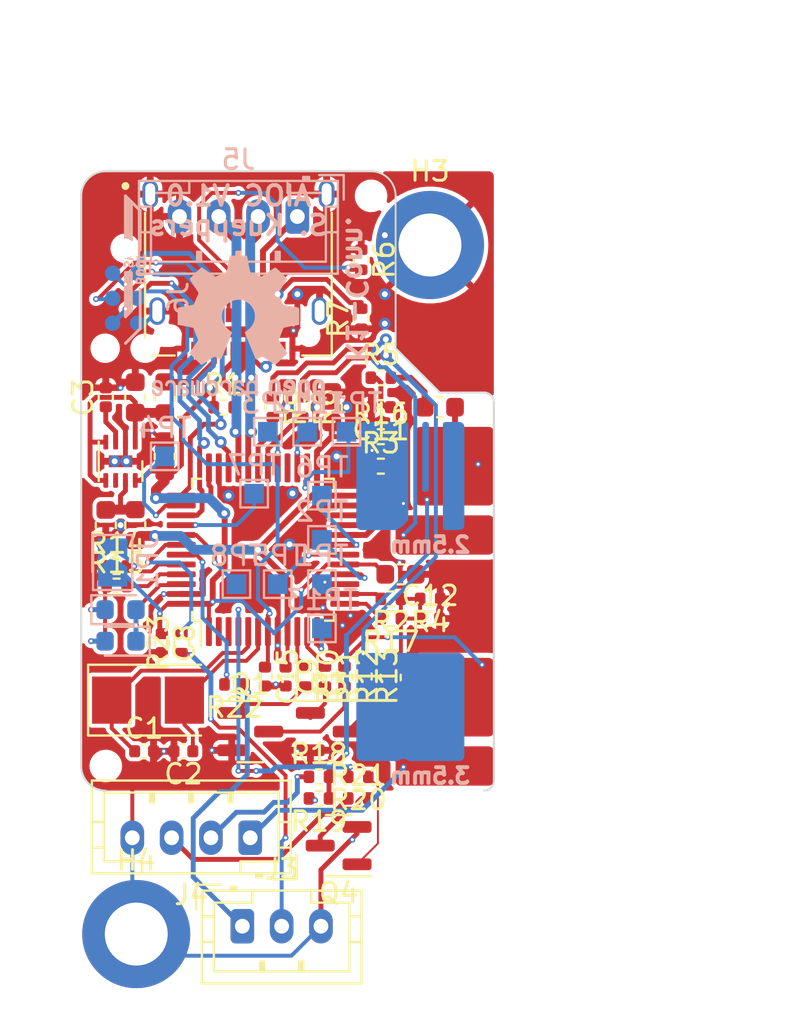
<source format=kicad_pcb>
(kicad_pcb (version 20221018) (generator pcbnew)
  (layers (0 "F.Cu" signal) (1 "In1.Cu" signal) (2 "In2.Cu" signal) (31 "B.Cu" signal) (34 "B.Paste" user) (35 "F.Paste" user) (36 "B.SilkS" user "B.Silkscreen") (37 "F.SilkS" user "F.Silkscreen") (38 "B.Mask" user) (39 "F.Mask" user) (44 "Edge.Cuts" user))
  (net 0 "")
  (net 1 "GND")
  (net 2 "/OSCIN")
  (net 3 "/OSCOUT")
  (net 4 "Net-(U1-BYP)")
  (net 5 "Net-(U1-VOUT2)")
  (net 6 "Net-(D1-K)")
  (net 7 "Net-(D1-A)")
  (net 8 "Net-(J1-CC1)")
  (net 10 "Net-(J1-CC2)")
  (net 12 "/SWCLK")
  (net 13 "Net-(J3-Pin_1)")
  (net 14 "Net-(J3-Pin_2)")
  (net 15 "Net-(J4-Pin_2)")
  (net 16 "Net-(J4-Pin_3)")
  (net 17 "/SWDIO")
  (net 18 "/USB-DP")
  (net 19 "/USB-DN")
  (net 20 "Net-(U2-PB8)")
  (net 21 "+3V3")
  (net 22 "+3.3VA")
  (net 23 "/VIN")
  (net 24 "/VBUS")
  (net 25 "Net-(C12-Pad1)")
  (net 26 "Net-(C14-Pad1)")
  (net 27 "/817_PTT")
  (net 28 "/817_TX")
  (net 29 "/USART-RX")
  (net 30 "/817_RX")
  (net 31 "Net-(U2-PA5)")
  (net 32 "/USART-TX")
  (net 33 "/PTT1")
  (net 34 "/PTT2")
  (net 35 "/AFIN")
  (net 36 "/RADIO-MIC")
  (net 37 "/RADIO-SPK")
  (net 38 "/AFOUT")
  (net 39 "/RADIO-RX-PTT1")
  (net 40 "/RADIO-TX")
  (net 41 "/RADIO-VP-PTT2")
  (net 42 "/NRST")
  (net 43 "/SWO")
  (net 44 "/BOOT0")
  (net 45 "Net-(U2-PA6)")
  (net 46 "Net-(U2-PA8)")
  (net 47 "Net-(U2-PA15)")
  (net 48 "Net-(U2-PB0)")
  (net 49 "Net-(U2-PB1)")
  (net 50 "Net-(U2-PB4)")
  (net 51 "Net-(U2-PB5)")
  (net 52 "Net-(U2-PB14)")
  (net 53 "/DAC_ATTEN")
  (net 54 "Net-(U2-PB15)")
  (net 55 "Net-(U2-PA2)")
  (net 61 "Net-(Q1-B)")
  (net 62 "Net-(Q1-C)")
  (net 63 "Net-(Q3-B)")
  (net 64 "Net-(Q3-C)")
  (net 65 "Net-(Q4-B)")
  (net 66 "Net-(Q4-C)")
  (footprint "Resistor_SMD:R_0402_1005Metric" (layer "F.Cu") (at 119.26 101.75 180)
    (fp_text reference "R2")
    (fp_text value "10K")
  )
  (footprint "LED_SMD:LED_0603_1608Metric" (layer "F.Cu") (at 105.5 103.9 180)
    (fp_text reference "D2" hide)
    (fp_text value "RED")
  )
  (footprint "Capacitor_SMD:C_0402_1005Metric" (layer "F.Cu") (at 118.75 92 180)
    (fp_text reference "C11")
    (fp_text value "10n/NP0")
  )
  (footprint "Resistor_SMD:R_0402_1005Metric" (layer "F.Cu") (at 105.3 101.1)
    (fp_text reference "R15")
    (fp_text value "220R")
  )
  (footprint "AIOC:USB_C_Receptacle_Amphenol_12401832E40-2A" (layer "F.Cu") (at 111.5 85 180)
    (fp_text reference "J1" hide)
    (fp_text value "12401832E402A")
  )
  (footprint "Resistor_SMD:R_0402_1005Metric" (layer "F.Cu") (at 117.6 111.9)
    (fp_text reference "R21")
    (fp_text value "22R")
  )
  (footprint "Capacitor_SMD:C_0402_1005Metric" (layer "F.Cu") (at 106.7 109.5)
    (fp_text reference "C1")
    (fp_text value "22p/NP0")
  )
  (footprint "Resistor_SMD:R_0402_1005Metric" (layer "F.Cu") (at 111.3 106.1 180)
    (fp_text reference "R22")
    (fp_text value "22R")
  )
  (footprint "MountingHole:MountingHole_3.2mm_M3_ISO14580_Pad" (layer "F.Cu") (at 121.25 83.75)
    (fp_text reference "H3")
    (fp_text value "MountingHole_Pad")
  )
  (footprint "LED_SMD:LED_0603_1608Metric" (layer "F.Cu") (at 105.5 102.3)
    (fp_text reference "D1" hide)
    (fp_text value "GREEN")
  )
  (footprint "Capacitor_SMD:C_0402_1005Metric" (layer "F.Cu") (at 113.9 105.7 -90)
    (fp_text reference "C9")
    (fp_text value "100n")
  )
  (footprint "Resistor_SMD:R_0402_1005Metric" (layer "F.Cu") (at 115.6 110.8)
    (fp_text reference "R18")
    (fp_text value "22R")
  )
  (footprint "Capacitor_SMD:C_0402_1005Metric" (layer "F.Cu") (at 121.26 102.75)
    (fp_text reference "C12")
    (fp_text value "100n")
  )
  (footprint "Connector_JST:JST_PH_B4B-PH-K_1x04_P2.00mm_Vertical" (layer "F.Cu") (at 112.1 113.9 180)
    (fp_text reference "J4")
    (fp_text value "FT817-CAT")
  )
  (footprint "Resistor_SMD:R_0402_1005Metric" (layer "F.Cu") (at 117.9 105.7 -90)
    (fp_text reference "R13")
    (fp_text value "22R")
  )
  (footprint "Inductor_SMD:L_0603_1608Metric" (layer "F.Cu") (at 107.75 91.5 90)
    (fp_text reference "FB2" hide)
    (fp_text value "600R@100MHz")
  )
  (footprint "Resistor_SMD:R_0402_1005Metric" (layer "F.Cu") (at 114.75 92 -90)
    (fp_text reference "R8")
    (fp_text value "220R")
  )
  (footprint "Resistor_SMD:R_0402_1005Metric" (layer "F.Cu") (at 115.9 105.7 -90)
    (fp_text reference "R11")
    (fp_text value "2.2K")
  )
  (footprint "Resistor_SMD:R_0402_1005Metric" (layer "F.Cu") (at 113.25 92 -90)
    (fp_text reference "R9")
    (fp_text value "220R")
  )
  (footprint "MountingHole:MountingHole_3.2mm_M3_ISO14580_Pad" (layer "F.Cu") (at 106.3 118.8)
    (fp_text reference "H4")
    (fp_text value "MountingHole_Pad")
  )
  (footprint "Connector_JST:JST_PH_B3B-PH-K_1x03_P2.00mm_Vertical" (layer "F.Cu") (at 111.7 118.4)
    (fp_text reference "J3")
    (fp_text value "FT817-CAT")
  )
  (footprint "Package_QFP:LQFP-48_7x7mm_P0.5mm" (layer "F.Cu") (at 112.75 99.25 90)
    (fp_text reference "U2" hide)
    (fp_text value "STM32F373CBTx")
  )
  (footprint "Capacitor_SMD:C_0603_1608Metric" (layer "F.Cu") (at 106.25 91.5 90)
    (fp_text reference "C6" hide)
    (fp_text value "4.7u/10V/X5R")
  )
  (footprint "Resistor_SMD:R_0402_1005Metric" (layer "F.Cu") (at 117.6 110.8 180)
    (fp_text reference "R20")
    (fp_text value "2.2K")
  )
  (footprint "Resistor_SMD:R_0402_1005Metric" (layer "F.Cu") (at 121.26 101.75 180)
    (fp_text reference "R4")
    (fp_text value "220R")
  )
  (footprint "Inductor_SMD:L_0603_1608Metric" (layer "F.Cu") (at 106.25 98 90)
    (fp_text reference "FB1" hide)
    (fp_text value "600R@100MHz")
  )
  (footprint "Capacitor_SMD:C_0402_1005Metric" (layer "F.Cu") (at 104.75 91.5 90)
    (fp_text reference "C3")
    (fp_text value "100n")
  )
  (footprint "Capacitor_SMD:C_0402_1005Metric" (layer "F.Cu") (at 108.7 109.5 180)
    (fp_text reference "C2")
    (fp_text value "22p/NP0")
  )
  (footprint "Resistor_SMD:R_0402_1005Metric" (layer "F.Cu") (at 114.9 105.7 -90)
    (fp_text reference "R10")
    (fp_text value "2.2K")
  )
  (footprint "Capacitor_SMD:C_0603_1608Metric" (layer "F.Cu") (at 107.75 94.5 90)
    (fp_text reference "C4" hide)
    (fp_text value "4.7u/10V/X5R")
  )
  (footprint "Package_TO_SOT_SMD:SOT-23" (layer "F.Cu") (at 116.6 114.3 180)
    (fp_text reference "Q4")
    (fp_text value "MMBT3904")
  )
  (footprint "Resistor_SMD:R_0402_1005Metric" (layer "F.Cu") (at 110.75 92)
    (fp_text reference "R1")
    (fp_text value "1.5K")
  )
  (footprint "Capacitor_SMD:C_0603_1608Metric" (layer "F.Cu") (at 104.75 98 -90)
    (fp_text reference "C5" hide)
    (fp_text value "4.7u/10V/X5R")
  )
  (footprint "Package_TO_SOT_SMD:SOT-23" (layer "F.Cu") (at 112.1 108.5)
    (fp_text reference "Q1")
    (fp_text value "MMBT3904")
  )
  (footprint "Capacitor_SMD:C_0603_1608Metric" (layer "F.Cu") (at 121.75 92)
    (fp_text reference "C14" hide)
    (fp_text value "4.7u/10V/X5R")
  )
  (footprint "Resistor_SMD:R_0402_1005Metric" (layer "F.Cu") (at 119.26 102.75 180)
    (fp_text reference "R17")
    (fp_text value "DNP")
  )
  (footprint "Resistor_SMD:R_0402_1005Metric" (layer "F.Cu") (at 118.75 90.5)
    (fp_text reference "R5")
    (fp_text value "2.2K")
  )
  (footprint "Resistor_SMD:R_0402_1005Metric" (layer "F.Cu") (at 108.6 104 90)
    (fp_text reference "R23")
    (fp_text value "22R")
  )
  (footprint "Capacitor_SMD:C_0402_1005Metric" (layer "F.Cu") (at 112.85 105.7 -90)
    (fp_text reference "C15")
    (fp_text value "100n")
  )
  (footprint "Capacitor_SMD:C_0603_1608Metric" (layer "F.Cu") (at 119.75 100.5)
    (fp_text reference "C7" hide)
    (fp_text value "4.7u/10V/X5R")
  )
  (footprint "Capacitor_SMD:C_0402_1005Metric" (layer "F.Cu") (at 107.6 104 -90)
    (fp_text reference "C8")
    (fp_text value "100n")
  )
  (footprint "AIOC:Micrel_MLF-8-1EP_2x2mm_P0.5mm_EP0.6x1.2mm" (layer "F.Cu") (at 105.5 94.75 -90)
    (fp_text reference "U1" hide)
    (fp_text value "MIC5330-SSYML")
  )
  (footprint "Resistor_SMD:R_0402_1005Metric" (layer "F.Cu") (at 118.75 93.5)
    (fp_text reference "R16")
    (fp_text value "5.1K")
  )
  (footprint "Resistor_SMD:R_0402_1005Metric" (layer "F.Cu") (at 115.6 111.9 180)
    (fp_text reference "R19")
    (fp_text value "DNP")
  )
  (footprint "Resistor_SMD:R_0402_1005Metric" (layer "F.Cu") (at 118.75 95)
    (fp_text reference "R3")
    (fp_text value "5.1K")
  )
  (footprint "AIOC:TOOLING-HOLE" (layer "F.Cu") (at 104.75 110.25)
    (fp_text reference "H2" hide)
    (fp_text value "ToolingHole")
  )
  (footprint "Capacitor_SMD:C_0603_1608Metric" (layer "F.Cu") (at 116.25 92 90)
    (fp_text reference "C10" hide)
    (fp_text value "4.7u/10V/X5R")
  )
  (footprint "Resistor_SMD:R_0402_1005Metric" (layer "F.Cu") (at 105.3 100.1)
    (fp_text reference "R14")
    (fp_text value "2.2K")
  )
  (footprint "Resistor_SMD:R_0402_1005Metric" (layer "F.Cu") (at 117.75 84.5 -90)
    (fp_text reference "R6")
    (fp_text value "5.1K")
  )
  (footprint "AIOC:TOOLING-HOLE" (layer "F.Cu") (at 118.25 81.25)
    (fp_text reference "H1" hide)
    (fp_text value "ToolingHole")
  )
  (footprint "Capacitor_SMD:C_0603_1608Metric" (layer "F.Cu") (at 119.25 105.75 -90)
    (fp_text reference "C13" hide)
    (fp_text value "4.7u/10V/X5R")
  )
  (footprint "AIOC:Crystal_SMD_5032-2Pin_5.0x3.2mm" (layer "F.Cu") (at 106.9 106.9)
    (fp_text reference "Y1" hide)
    (fp_text value "8MHz/20pF")
  )
  (footprint "Resistor_SMD:R_0402_1005Metric" (layer "F.Cu") (at 116.9 105.7 -90)
    (fp_text reference "R12")
    (fp_text value "22R")
  )
  (footprint "Resistor_SMD:R_0402_1005Metric" (layer "F.Cu") (at 117.75 87.5 90)
    (fp_text reference "R7")
    (fp_text value "5.1K")
  )
  (footprint "Package_TO_SOT_SMD:SOT-23" (layer "F.Cu") (at 116.1 108.5)
    (fp_text reference "Q3")
    (fp_text value "MMBT3904")
  )
  (footprint "TestPoint:TestPoint_Pad_1.0x1.0mm" (layer "B.Cu") (at 117 93.25 180)
    (fp_text reference "TP11")
    (fp_text value "TestPoint")
  )
  (footprint "TestPoint:TestPoint_Pad_1.0x1.0mm" (layer "B.Cu") (at 112.3 96.4 180)
    (fp_text reference "TP7")
    (fp_text value "TestPoint")
  )
  (footprint "TestPoint:TestPoint_Pad_1.0x1.0mm" (layer "B.Cu") (at 115.75 98.75 180)
    (fp_text reference "TP2")
    (fp_text value "TestPoint")
  )
  (footprint "TestPoint:TestPoint_Pad_1.0x1.0mm" (layer "B.Cu") (at 111.4 101 180)
    (fp_text reference "TP8")
    (fp_text value "TestPoint")
  )
  (footprint "LED_SMD:LED_0603_1608Metric" (layer "B.Cu") (at 105.5 103.9 180)
    (fp_text reference "D4" hide)
    (fp_text value "N.M.")
  )
  (footprint "TestPoint:TestPoint_Pad_1.0x1.0mm" (layer "B.Cu") (at 115.75 101 180)
    (fp_text reference "TP1")
    (fp_text value "TestPoint")
  )
  (footprint "TestPoint:TestPoint_Pad_1.0x1.0mm" (layer "B.Cu") (at 115.75 96.5 180)
    (fp_text reference "TP6")
    (fp_text value "TestPoint")
  )
  (footprint "Connector:Tag-Connect_TC2030-IDC-NL_2x03_P1.27mm_Vertical" (layer "B.Cu") (at 105.734 86.46 -90)
    (fp_text reference "J6")
    (fp_text value "Conn_ARM_SWD_TagConnect_TC2030-NL")
  )
  (footprint "LED_SMD:LED_0603_1608Metric" (layer "B.Cu") (at 105.5 102.3)
    (fp_text reference "D3" hide)
    (fp_text value "N.M.")
  )
  (footprint "Jumper:SolderJumper-2_P1.3mm_Open_TrianglePad1.0x1.5mm" (layer "B.Cu") (at 105.1 99.9 90)
    (fp_text reference "JP1")
    (fp_text value "SolderJumper_2_Open")
  )
  (footprint "TestPoint:TestPoint_Pad_1.0x1.0mm" (layer "B.Cu") (at 115 93.25 180)
    (fp_text reference "TP12")
    (fp_text value "TestPoint")
  )
  (footprint "TestPoint:TestPoint_Pad_1.0x1.0mm" (layer "B.Cu") (at 113.5 101 180)
    (fp_text reference "TP5")
    (fp_text value "TestPoint")
  )
  (footprint "TestPoint:TestPoint_Pad_1.0x1.0mm" (layer "B.Cu") (at 107.75 94.5 180)
    (fp_text reference "TP4")
    (fp_text value "TestPoint")
  )
  (footprint "Symbol:OSHW-Logo2_9.8x8mm_SilkScreen" (layer "B.Cu") (at 111.5 88 180)
    (fp_text reference "REF**" hide)
    (fp_text value "OSHW-Logo2_9.8x8mm_SilkScreen" hide)
  )
  (footprint "TestPoint:TestPoint_Pad_1.0x1.0mm" (layer "B.Cu") (at 115.75 103.25 180)
    (fp_text reference "TP13")
    (fp_text value "TestPoint")
  )
  (footprint "Connector_JST:JST_PH_B4B-PH-K_1x04_P2.00mm_Vertical" (layer "B.Cu") (at 114.5 82.3 180)
    (fp_text reference "J5")
    (fp_text value "USB")
  )
  (footprint "TestPoint:TestPoint_Pad_1.0x1.0mm" (layer "B.Cu") (at 113 93.25 180)
    (fp_text reference "TP3")
    (fp_text value "TestPoint")
  )
  (gr_line (start 105.9 85.15) (end 105.9 87.25) (stroke (width 0.15)) (layer "B.SilkS"))
  (gr_line (start 105.75 87.4) (end 105.75 85.15) (stroke (width 0.15)) (layer "B.SilkS"))
  (gr_line (start 105.75 85.15) (end 106.05 85.15) (stroke (width 0.15)) (layer "B.SilkS"))
  (gr_line (start 105.75 88.75) (end 106.5 88) (stroke (width 0.15)) (layer "B.SilkS"))
  (gr_line (start 105.75 81.25) (end 106.5 82) (stroke (width 0.15)) (layer "B.SilkS"))
  (gr_line (start 105.75 83.5) (end 105.75 81.25) (stroke (width 0.15)) (layer "B.SilkS"))
  (gr_line (start 106.5 82) (end 106.5 84) (stroke (width 0.15)) (layer "B.SilkS"))
  (gr_line (start 105.75 83.5) (end 106.05 83.5) (stroke (width 0.15)) (layer "B.SilkS"))
  (gr_line (start 106.5 88) (end 106.5 86) (stroke (width 0.15)) (layer "B.SilkS"))
  (gr_line (start 106.05 87.1) (end 106.05 85.15) (stroke (width 0.15)) (layer "B.SilkS"))
  (gr_line (start 105.75 87.4) (end 106.05 87.1) (stroke (width 0.15)) (layer "B.SilkS"))
  (gr_line (start 105.9 81.4) (end 105.9 83.5) (stroke (width 0.15)) (layer "B.SilkS"))
  (gr_line (start 106.05 83.5) (end 106.05 81.55) (stroke (width 0.15)) (layer "B.SilkS"))
  (gr_circle (center 105.75 80.75) (end 105.85 80.75) (stroke (width 0.2)) (fill none) (layer "F.SilkS"))
  (gr_line (start 119.5 89) (end 119.5 81.25) (stroke (width 0.1)) (layer "Edge.Cuts"))
  (gr_line (start 103.5 110.25) (end 103.5 81.25) (stroke (width 0.1)) (layer "Edge.Cuts"))
  (gr_line (start 121.75 91.25) (end 124 91.25) (stroke (width 0.1)) (layer "Edge.Cuts"))
  (gr_line (start 124.5 91.75) (end 124.5 111) (stroke (width 0.1)) (layer "Edge.Cuts"))
  (gr_arc (start 124.5 111) (mid 124.353553 111.353553) (end 124 111.5) (stroke (width 0.1)) (layer "Edge.Cuts"))
  (gr_line (start 121.75 91.25) (end 119.5 89) (stroke (width 0.1)) (layer "Edge.Cuts"))
  (gr_arc (start 118.25 80) (mid 119.133883 80.366117) (end 119.5 81.25) (stroke (width 0.1)) (layer "Edge.Cuts"))
  (gr_arc (start 103.5 81.25) (mid 103.866117 80.366117) (end 104.75 80) (stroke (width 0.1)) (layer "Edge.Cuts"))
  (gr_line (start 106 80) (end 118.25 80) (stroke (width 0.1)) (layer "Edge.Cuts"))
  (gr_arc (start 124 91.25) (mid 124.353553 91.396447) (end 124.5 91.75) (stroke (width 0.1)) (layer "Edge.Cuts"))
  (gr_line (start 106 80) (end 104.75 80) (stroke (width 0.1)) (layer "Edge.Cuts"))
  (gr_arc (start 104.75 111.5) (mid 103.866117 111.133883) (end 103.5 110.25) (stroke (width 0.1)) (layer "Edge.Cuts"))
  (gr_text "AIOC V1.0" (at 111.5 81.25) (layer "B.SilkS") (effects (font (size 1 1) (thickness 0.2)) (justify mirror)))
  (gr_text "3.5mm" (at 121.25 110.75) (layer "B.SilkS") (effects (font (size 0.8 0.8) (thickness 0.2)) (justify mirror)))
  (gr_text "SWD" (at 105.9 84.3 270) (layer "B.SilkS") (effects (font (size 0.4 0.4) (thickness 0.1)) (justify mirror)))
  (gr_text "S. Kueppers" (at 111.5 82.75) (layer "B.SilkS") (effects (font (size 1 1) (thickness 0.2)) (justify mirror)))
  (gr_text "K1-Conn." (at 117.5 86 270) (layer "B.SilkS") (effects (font (size 1 1) (thickness 0.2)) (justify mirror)))
  (gr_text "2.5mm" (at 121.25 99) (layer "B.SilkS") (effects (font (size 0.8 0.8) (thickness 0.2)) (justify mirror)))
  (gr_text "BOOT" (at 106.5 85 270) (layer "B.SilkS") (effects (font (size 0.4 0.4) (thickness 0.1)) (justify mirror)))
  (segment (start 110.525 96.025) (end 111 96.5) (width 0.2) (layer "F.Cu") (net 1))
  (segment (start 110.525 95.1125) (end 110.525 96.025) (width 0.2) (layer "F.Cu") (net 1))
  (segment (start 106.25 90.725) (end 105.795 90.725) (width 0.2) (layer "F.Cu") (net 1))
  (segment (start 114.316813 88.1) (end 114.3 88.1) (width 0.25) (layer "F.Cu") (net 1))
  (segment (start 108.75 89.02) (end 108.75 88.416813) (width 0.25) (layer "F.Cu") (net 1))
  (segment (start 116.071013 97) (end 114.095038 98.975975) (width 0.2) (layer "F.Cu") (net 1))
  (segment (start 105.75 93.775) (end 105.75 94.7) (width 0.25) (layer "F.Cu") (net 1))
  (segment (start 104.75 98.775) (end 104.75 98.75) (width 0.2) (layer "F.Cu") (net 1))
  (segment (start 114.55 109.45) (end 114.5 109.5) (width 0.2) (layer "F.Cu") (net 1))
  (segment (start 120.525 100.5) (end 120.525 100.325) (width 0.2) (layer "F.Cu") (net 1))
  (segment (start 115.3 111.9) (end 115.4 112) (width 0.25) (layer "F.Cu") (net 1))
  (segment (start 115.7 118.4) (end 115.7 115.53033) (width 0.25) (layer "F.Cu") (net 1))
  (segment (start 117.5375 113.69283) (end 117.5375 113.35) (width 0.25) (layer "F.Cu") (net 1))
  (segment (start 111.1625 109.45) (end 110.149992 109.45) (width 0.2) (layer "F.Cu") (net 1))
  (segment (start 107.7 109.5) (end 107.18 109.5) (width 0.2) (layer "F.Cu") (net 1))
  (segment (start 104.75 98.75) (end 105.5 98) (width 0.2) (layer "F.Cu") (net 1))
  (segment (start 106.3 94.75) (end 105.8 94.75) (width 0.2) (layer "F.Cu") (net 1))
  (segment (start 113.5 104.118782) (end 113.496904 104.121878) (width 0.2) (layer "F.Cu") (net 1))
  (segment (start 105.75 94.7) (end 105.8 94.75) (width 0.25) (layer "F.Cu") (net 1))
  (segment (start 114.5 87.32) (end 114.5 87.916813) (width 0.25) (layer "F.Cu") (net 1))
  (segment (start 106.1 111.1) (end 106.1 113.9) (width 0.2) (layer "F.Cu") (net 1))
  (segment (start 107.325 93.725) (end 106.3 94.75) (width 0.2) (layer "F.Cu") (net 1))
  (segment (start 109 87.32) (end 109 88.166813) (width 0.25) (layer "F.Cu") (net 1))
  (segment (start 114.5 87.916813) (end 114.316813 88.1) (width 0.25) (layer "F.Cu") (net 1))
  (segment (start 107.7 109.5) (end 106.1 111.1) (width 0.2) (layer "F.Cu") (net 1))
  (segment (start 104.75 91.02) (end 105.5 91.02) (width 0.2) (layer "F.Cu") (net 1))
  (segment (start 114.25 89.02) (end 114.25 88.166813) (width 0.25) (layer "F.Cu") (net 1))
  (segment (start 107.75 93.725) (end 107.325 93.725) (width 0.2) (layer "F.Cu") (net 1))
  (segment (start 117.3 114) (end 117.3 113.93033) (width 0.25) (layer "F.Cu") (net 1))
  (segment (start 107.75 93.725) (end 107.625 93.725) (width 0.2) (layer "F.Cu") (net 1))
  (segment (start 105.795 90.725) (end 105.5 91.02) (width 0.2) (layer "F.Cu") (net 1))
  (segment (start 107.625 93.725) (end 107.1 93.2) (width 0.2) (layer "F.Cu") (net 1))
  (segment (start 117.3 113.93033) (end 117.5375 113.69283) (width 0.25) (layer "F.Cu") (net 1))
  (segment (start 110.5 95.0875) (end 110.525 95.1125) (width 0.2) (layer "F.Cu") (net 1))
  (segment (start 108.75 88.416813) (end 109 88.166813) (width 0.25) (layer "F.Cu") (net 1))
  (segment (start 116.9125 97) (end 116.071013 97) (width 0.2) (layer "F.Cu") (net 1))
  (segment (start 115.7 115.53033) (end 117.23033 114) (width 0.25) (layer "F.Cu") (net 1))
  (segment (start 114.3 88.1) (end 114.3 88.116813) (width 0.25) (layer "F.Cu") (net 1))
  (segment (start 108.22 109.5) (end 107.7 109.5) (width 0.2) (layer "F.Cu") (net 1))
  (segment (start 117.23033 114) (end 117.3 114) (width 0.25) (layer "F.Cu") (net 1))
  (segment (start 108.5875 101.5) (end 107.7 101.5) (width 0.2) (layer "F.Cu") (net 1))
  (segment (start 114.3 88.116813) (end 114.25 88.166813) (width 0.25) (layer "F.Cu") (net 1))
  (segment (start 115.09 111.9) (end 115.3 111.9) (width 0.25) (layer "F.Cu") (net 1))
  (segment (start 113.5 103.4125) (end 113.5 104.118782) (width 0.2) (layer "F.Cu") (net 1))
  (via (at 114.5 109.5) (size 0.3) (drill 0.15) (layers "F.Cu" "B.Cu") (net 1))
  (via (at 105.8 94.75) (size 0.6) (drill 0.3) (layers "F.Cu" "B.Cu") (net 1))
  (via (at 116.5 94.5) (size 0.6) (drill 0.3) (layers "F.Cu" "B.Cu") (net 1))
  (via (at 118.95 83.25) (size 0.6) (drill 0.3) (layers "F.Cu" "B.Cu") (net 1))
  (via (at 117.3 114) (size 0.3) (drill 0.15) (layers "F.Cu" "B.Cu") (net 1))
  (via (at 116.8 103.1) (size 0.3) (drill 0.15) (layers "F.Cu" "B.Cu") (net 1))
  (via (at 107.7 109.5) (size 0.3) (drill 0.15) (layers "F.Cu" "B.Cu") (net 1))
  (via (at 119.7 99.9) (size 0.3) (drill 0.15) (layers "F.Cu" "B.Cu") (net 1))
  (via (at 105.5 98) (size 0.6) (drill 0.3) (layers "F.Cu" "B.Cu") (net 1))
  (via (at 114.095038 98.975975) (size 0.6) (drill 0.3) (layers "F.Cu" "B.Cu") (net 1))
  (via (at 107.1 93.2) (size 0.3) (drill 0.15) (layers "F.Cu" "B.Cu") (net 1))
  (via (at 117.2 102.6) (size 0.3) (drill 0.15) (layers "F.Cu" "B.Cu") (net 1))
  (via (at 117 92) (size 0.6) (drill 0.3) (layers "F.Cu" "B.Cu") (net 1))
  (via (at 107.7 101.5) (size 0.3) (drill 0.15) (layers "F.Cu" "B.Cu") (net 1))
  (via (at 114 92) (size 0.6) (drill 0.3) (layers "F.Cu" "B.Cu") (net 1))
  (via (at 114.3 88.1) (size 0.3) (drill 0.15) (layers "F.Cu" "B.Cu") (net 1))
  (via (at 114.5 86.25) (size 0.6) (drill 0.3) (layers "F.Cu" "B.Cu") (net 1))
  (via (at 115.4 112) (size 0.3) (drill 0.15) (layers "F.Cu" "B.Cu") (net 1))
  (via (at 119.9 96.9) (size 0.3) (drill 0.15) (layers "F.Cu" "B.Cu") (net 1))
  (via (at 114.25 96.383029) (size 0.6) (drill 0.3) (layers "F.Cu" "B.Cu") (net 1))
  (via (at 105.5 91.02) (size 0.3) (drill 0.15) (layers "F.Cu" "B.Cu") (net 1))
  (via (at 105.2 94.75) (size 0.6) (drill 0.3) (layers "F.Cu" "B.Cu") (net 1))
  (via (at 110.149992 109.45) (size 0.3) (drill 0.15) (layers "F.Cu" "B.Cu") (net 1))
  (via (at 118.3 94.2) (size 0.3) (drill 0.15) (layers "F.Cu" "B.Cu") (net 1))
  (via (at 113.496904 104.121878) (size 0.3) (drill 0.15) (layers "F.Cu" "B.Cu") (net 1))
  (via (at 115.8 102.2) (size 0.3) (drill 0.15) (layers "F.Cu" "B.Cu") (net 1))
  (via (at 113.4 106.1) (size 0.3) (drill 0.15) (layers "F.Cu" "B.Cu") (net 1))
  (via (at 111 96.5) (size 0.6) (drill 0.3) (layers "F.Cu" "B.Cu") (net 1))
  (via (at 118.95 86.25) (size 0.6) (drill 0.3) (layers "F.Cu" "B.Cu") (net 1))
  (via (at 115.5 92) (size 0.6) (drill 0.3) (layers "F.Cu" "B.Cu") (net 1))
  (via (at 118.95 87.75) (size 0.6) (drill 0.3) (layers "F.Cu" "B.Cu") (net 1))
  (segment (start 106.75 87.73) (end 107.37 87.11) (width 0.2) (layer "B.Cu") (net 1))
  (segment (start 106.1 118.6) (end 106.3 118.8) (width 0.2) (layer "B.Cu") (net 1))
  (segment (start 106.369 87.73) (end 106.75 87.73) (width 0.2) (layer "B.Cu") (net 1))
  (segment (start 106.1 113.9) (end 106.1 118.6) (width 0.2) (layer "B.Cu") (net 1))
  (segment (start 114.2 119.9) (end 115.7 118.4) (width 0.2) (layer "B.Cu") (net 1))
  (segment (start 106.3 118.8) (end 107.4 119.9) (width 0.2) (layer "B.Cu") (net 1))
  (segment (start 107.4 119.9) (end 114.2 119.9) (width 0.2) (layer "B.Cu") (net 1))
  (segment (start 110.7 104.5) (end 109.8 105.4) (width 0.2) (layer "F.Cu") (net 2))
  (segment (start 111.68033 104.5) (end 110.7 104.5) (width 0.2) (layer "F.Cu") (net 2))
  (segment (start 112 103.4125) (end 112 104.18033) (width 0.2) (layer "F.Cu") (net 2))
  (segment (start 105.05 108.33) (end 105.05 106.9) (width 0.2) (layer "F.Cu") (net 2))
  (segment (start 106.22 109.5) (end 105.05 108.33) (width 0.2) (layer "F.Cu") (net 2))
  (segment (start 112 104.18033) (end 111.68033 104.5) (width 0.2) (layer "F.Cu") (net 2))
  (segment (start 109.8 105.4) (end 106.55 105.4) (width 0.2) (layer "F.Cu") (net 2))
  (segment (start 106.55 105.4) (end 105.05 106.9) (width 0.2) (layer "F.Cu") (net 2))
  (segment (start 108.75 108.15) (end 108.75 106.9) (width 0.2) (layer "F.Cu") (net 3))
  (segment (start 109.18 109.5) (end 109.18 108.58) (width 0.2) (layer "F.Cu") (net 3))
  (segment (start 108.95 107.1) (end 108.95 106.65) (width 0.2) (layer "F.Cu") (net 3))
  (segment (start 111.9 104.9) (end 110.75 104.9) (width 0.2) (layer "F.Cu") (net 3))
  (segment (start 112.5 103.4125) (end 112.5 104.3) (width 0.2) (layer "F.Cu") (net 3))
  (segment (start 112.5 104.3) (end 111.9 104.9) (width 0.2) (layer "F.Cu") (net 3))
  (segment (start 109.18 108.58) (end 108.75 108.15) (width 0.2) (layer "F.Cu") (net 3))
  (segment (start 110.75 104.9) (end 108.75 106.9) (width 0.2) (layer "F.Cu") (net 3))
  (segment (start 105.25 93.775) (end 105.25 93.25) (width 0.25) (layer "F.Cu") (net 4))
  (segment (start 105.25 93.25) (end 104.75 92.75) (width 0.25) (layer "F.Cu") (net 4))
  (segment (start 104.75 92.75) (end 104.75 92.275) (width 0.25) (layer "F.Cu") (net 4))
  (segment (start 105.5 96.5) (end 105.5 97.175) (width 0.25) (layer "F.Cu") (net 5))
  (segment (start 105.75 95.725) (end 105.75 96.25) (width 0.25) (layer "F.Cu") (net 5))
  (segment (start 105.5 97.175) (end 105.5375 97.2125) (width 0.25) (layer "F.Cu") (net 5))
  (segment (start 106.25 97.2125) (end 105.5375 97.2125) (width 0.5) (layer "F.Cu") (net 5))
  (segment (start 105.5375 97.2125) (end 104.7625 97.2125) (width 0.5) (layer "F.Cu") (net 5))
  (segment (start 104.7625 97.2125) (end 104.75 97.225) (width 0.5) (layer "F.Cu") (net 5))
  (segment (start 105.75 96.25) (end 105.5 96.5) (width 0.25) (layer "F.Cu") (net 5))
  (segment (start 104.7125 102.3) (end 104.7125 101.1775) (width 0.2) (layer "F.Cu") (net 6))
  (segment (start 104.7125 103.9) (end 104.7125 102.3) (width 0.2) (layer "F.Cu") (net 6))
  (segment (start 104 102.3) (end 104.7125 102.3) (width 0.25) (layer "F.Cu") (net 6))
  (segment (start 104.7125 101.1775) (end 104.79 101.1) (width 0.2) (layer "F.Cu") (net 6))
  (segment (start 104 103.9) (end 104.7125 103.9) (width 0.25) (layer "F.Cu") (net 6))
  (via (at 104 103.9) (size 0.3) (drill 0.15) (layers "F.Cu" "B.Cu") (net 6))
  (via (at 104 102.3) (size 0.3) (drill 0.15) (layers "F.Cu" "B.Cu") (net 6))
  (segment (start 104.7125 102.3) (end 104 102.3) (width 0.25) (layer "B.Cu") (net 6))
  (segment (start 104.7125 103.9) (end 104 103.9) (width 0.25) (layer "B.Cu") (net 6))
  (segment (start 107.513603 101.05) (end 106.2875 102.276103) (width 0.2) (layer "F.Cu") (net 7))
  (segment (start 108.5375 101.05) (end 107.513603 101.05) (width 0.2) (layer "F.Cu") (net 7))
  (segment (start 108.5875 101) (end 108.5375 101.05) (width 0.2) (layer "F.Cu") (net 7))
  (segment (start 106.2875 102.3) (end 106.2875 103.9) (width 0.2) (layer "F.Cu") (net 7))
  (segment (start 106.2875 102.276103) (end 106.2875 102.3) (width 0.2) (layer "F.Cu") (net 7))
  (via (at 106.2875 103.1) (size 0.3) (drill 0.15) (layers "F.Cu" "B.Cu") (net 7))
  (segment (start 106.2875 103.9) (end 106.2875 103.1) (width 0.25) (layer "B.Cu") (net 7))
  (segment (start 106.2875 102.3) (end 106.2875 103.1) (width 0.25) (layer "B.Cu") (net 7))
  (segment (start 114.25 85.5) (end 116 85.5) (width 0.25) (layer "F.Cu") (net 8))
  (segment (start 112.6495 89.942499) (end 112.25 89.542999) (width 0.25) (layer "F.Cu") (net 8))
  (segment (start 112.25 89.542999) (end 112.25 89.02) (width 0.25) (layer "F.Cu") (net 8))
  (segment (start 117.175 86.675) (end 117.75 86.675) (width 0.25) (layer "F.Cu") (net 8))
  (segment (start 116 85.5) (end 117.175 86.675) (width 0.25) (layer "F.Cu") (net 8))
  (segment (start 113.5 86.25) (end 114.25 85.5) (width 0.25) (layer "F.Cu") (net 8))
  (via (at 113.5 86.25) (size 0.6) (drill 0.3) (layers "F.Cu" "B.Cu") (net 8))
  (via (at 112.8995 89.942499) (size 0.6) (drill 0.3) (layers "F.Cu" "B.Cu") (net 8))
  (segment (start 113.25 86.5) (end 113.25 89.591999) (width 0.25) (layer "B.Cu") (net 8))
  (segment (start 113.5 86.25) (end 113.25 86.5) (width 0.25) (layer "B.Cu") (net 8))
  (segment (start 113.25 89.591999) (end 112.8995 89.942499) (width 0.25) (layer "B.Cu") (net 8))
  (segment (start 109.5 83.5) (end 109.5 81.752208) (width 0.2) (layer "F.Cu") (net 10))
  (segment (start 110.152208 81.1) (end 111.5 81.1) (width 0.2) (layer "F.Cu") (net 10))
  (segment (start 117.21 85.01) (end 117.1 84.9) (width 0.2) (layer "F.Cu") (net 10))
  (segment (start 111 87.32) (end 111 85) (width 0.2) (layer "F.Cu") (net 10))
  (segment (start 117.75 85.01) (end 117.21 85.01) (width 0.2) (layer "F.Cu") (net 10))
  (segment (start 111 85) (end 109.5 83.5) (width 0.2) (layer "F.Cu") (net 10))
  (segment (start 109.5 81.752208) (end 110.152208 81.1) (width 0.2) (layer "F.Cu") (net 10))
  (via (at 117.1 84.9) (size 0.3) (drill 0.15) (layers "F.Cu" "B.Cu") (net 10))
  (via (at 111.5 81.1) (size 0.3) (drill 0.15) (layers "F.Cu" "B.Cu") (net 10))
  (segment (start 114.85 84.9) (end 117.1 84.9) (width 0.2) (layer "B.Cu") (net 10))
  (segment (start 111.5 81.1) (end 112.847792 81.1) (width 0.2) (layer "B.Cu") (net 10))
  (segment (start 113.5 83.55) (end 114.85 84.9) (width 0.2) (layer "B.Cu") (net 10))
  (segment (start 112.847792 81.1) (end 113.5 81.752208) (width 0.2) (layer "B.Cu") (net 10))
  (segment (start 113.5 81.752208) (end 113.5 83.55) (width 0.2) (layer "B.Cu") (net 10))
  (segment (start 104.349435 86.5) (end 104.25 86.5) (width 0.2) (layer "F.Cu") (net 12))
  (segment (start 107.3 84.6495) (end 106.199935 84.6495) (width 0.2) (layer "F.Cu") (net 12))
  (segment (start 109.05 96.0375) (end 108.5875 96.5) (width 0.25) (layer "F.Cu") (net 12))
  (segment (start 106.199935 84.6495) (end 104.349435 86.5) (width 0.2) (layer "F.Cu") (net 12))
  (segment (start 110.6 92.866006) (end 109.743948 92.866006) (width 0.25) (layer "F.Cu") (net 12))
  (segment (start 109.743948 92.866006) (end 109.05 93.559954) (width 0.25) (layer "F.Cu") (net 12))
  (segment (start 109.05 93.559954) (end 109.05 96.0375) (width 0.25) (layer "F.Cu") (net 12))
  (via (at 104.25 86.5) (size 0.3) (drill 0.15) (layers "F.Cu" "B.Cu") (net 12))
  (via (at 107.3 84.6495) (size 0.3) (drill 0.15) (layers "F.Cu" "B.Cu") (net 12))
  (via (at 110.6 92.866006) (size 0.6) (drill 0.3) (layers "F.Cu" "B.Cu") (net 12))
  (segment (start 110.225 86.027208) (end 109.247792 85.05) (width 0.25) (layer "B.Cu") (net 12))
  (segment (start 108.847292 84.6495) (end 109.247792 85.05) (width 0.2) (layer "B.Cu") (net 12))
  (segment (start 110.6 92.483884) (end 109.425 91.308884) (width 0.25) (layer "B.Cu") (net 12))
  (segment (start 105.059 86.5) (end 105.099 86.46) (width 0.2) (layer "B.Cu") (net 12))
  (segment (start 107.3 84.6495) (end 108.847292 84.6495) (width 0.2) (layer "B.Cu") (net 12))
  (segment (start 104.25 86.5) (end 105.059 86.5) (width 0.2) (layer "B.Cu") (net 12))
  (segment (start 109.425 91.308884) (end 109.425 90.691116) (width 0.25) (layer "B.Cu") (net 12))
  (segment (start 110.225 89.891116) (end 110.225 86.027208) (width 0.25) (layer "B.Cu") (net 12))
  (segment (start 109.425 90.691116) (end 110.225 89.891116) (width 0.25) (layer "B.Cu") (net 12))
  (segment (start 110.6 92.866006) (end 110.6 92.483884) (width 0.25) (layer "B.Cu") (net 12))
  (segment (start 111.81 106.1) (end 111.81 106.31) (width 0.1) (layer "F.Cu") (net 13))
  (segment (start 111.81 106.31) (end 112 106.5) (width 0.1) (layer "F.Cu") (net 13))
  (via (at 112 106.5) (size 0.3) (drill 0.15) (layers "F.Cu" "B.Cu") (net 13))
  (segment (start 109.2 112.9) (end 109.2 115.9) (width 0.25) (layer "B.Cu") (net 13))
  (segment (start 110.55 111.55) (end 109.2 112.9) (width 0.25) (layer "B.Cu") (net 13))
  (segment (start 109.2 115.9) (end 111.7 118.4) (width 0.25) (layer "B.Cu") (net 13))
  (segment (start 112 106.5) (end 111.95 106.55) (width 0.25) (layer "B.Cu") (net 13))
  (segment (start 111.95 110.686397) (end 111.086397 111.55) (width 0.25) (layer "B.Cu") (net 13))
  (segment (start 111.086397 111.55) (end 110.55 111.55) (width 0.25) (layer "B.Cu") (net 13))
  (segment (start 111.95 106.55) (end 111.95 110.686397) (width 0.25) (layer "B.Cu") (net 13))
  (segment (start 113.9 110.736396) (end 111.463604 108.3) (width 0.2) (layer "F.Cu") (net 14))
  (segment (start 113.9 110.736396) (end 113.9 113.9) (width 0.2) (layer "F.Cu") (net 14))
  (segment (start 109.01 104.51) (end 109.1 104.6) (width 0.1) (layer "F.Cu") (net 14))
  (segment (start 110.538604 108.3) (end 110.1 107.861396) (width 0.2) (layer "F.Cu") (net 14))
  (segment (start 111.463604 108.3) (end 110.538604 108.3) (width 0.2) (layer "F.Cu") (net 14))
  (segment (start 108.6 104.51) (end 109.01 104.51) (width 0.1) (layer "F.Cu") (net 14))
  (via (at 110.1 107.861396) (size 0.3) (drill 0.15) (layers "F.Cu" "B.Cu") (net 14))
  (via (at 109.1 104.6) (size 0.3) (drill 0.15) (layers "F.Cu" "B.Cu") (net 14))
  (via (at 113.9 113.9) (size 0.3) (drill 0.15) (layers "F.Cu" "B.Cu") (net 14))
  (segment (start 113.7 114.1) (end 113.7 118.4) (width 0.2) (layer "B.Cu") (net 14))
  (segment (start 113.9 113.9) (end 113.7 114.1) (width 0.2) (layer "B.Cu") (net 14))
  (segment (start 109.1 104.6) (end 110.1 105.6) (width 0.25) (layer "B.Cu") (net 14))
  (segment (start 110.1 105.6) (end 110.1 107.861396) (width 0.25) (layer "B.Cu") (net 14))
  (segment (start 115.09 110.8) (end 114.5 110.8) (width 0.25) (layer "F.Cu") (net 15))
  (via (at 114.5 110.8) (size 0.3) (drill 0.15) (layers "F.Cu" "B.Cu") (net 15))
  (segment (start 113.3 112.1) (end 114 112.1) (width 0.25) (layer "B.Cu") (net 15))
  (segment (start 114.5 111.6) (end 114.5 110.8) (width 0.25) (layer "B.Cu") (net 15))
  (segment (start 111.4 112.6) (end 112.8 112.6) (width 0.25) (layer "B.Cu") (net 15))
  (segment (start 114 112.1) (end 114.5 111.6) (width 0.25) (layer "B.Cu") (net 15))
  (segment (start 110.1 113.9) (end 111.4 112.6) (width 0.25) (layer "B.Cu") (net 15))
  (segment (start 112.8 112.6) (end 113.3 112.1) (width 0.25) (layer "B.Cu") (net 15))
  (segment (start 109.2 115) (end 108.1 113.9) (width 0.25) (layer "F.Cu") (net 16))
  (segment (start 116.29 112.7) (end 115.8 112.7) (width 0.25) (layer "F.Cu") (net 16))
  (segment (start 117.09 111.9) (end 116.29 112.7) (width 0.25) (layer "F.Cu") (net 16))
  (segment (start 113.5 115) (end 109.2 115) (width 0.25) (layer "F.Cu") (net 16))
  (segment (start 115.8 112.7) (end 113.5 115) (width 0.25) (layer "F.Cu") (net 16))
  (segment (start 106.389557 85.110443) (end 105.75 85.75) (width 0.25) (layer "F.Cu") (net 17))
  (segment (start 107.107558 85.110443) (end 106.389557 85.110443) (width 0.25) (layer "F.Cu") (net 17))
  (segment (start 110.499747 93.784062) (end 111 94.284315) (width 0.25) (layer "F.Cu") (net 17))
  (segment (start 111 94.284315) (end 111 95.0875) (width 0.25) (layer "F.Cu") (net 17))
  (via (at 105.75 85.75) (size 0.3) (drill 0.15) (layers "F.Cu" "B.Cu") (net 17))
  (via (at 107.107558 85.110443) (size 0.3) (drill 0.15) (layers "F.Cu" "B.Cu") (net 17))
  (via (at 110.6 93.774076) (size 0.6) (drill 0.3) (layers "F.Cu" "B.Cu") (net 17))
  (segment (start 108.975 91.49528) (end 109.975 92.49528) (width 0.25) (layer "B.Cu") (net 17))
  (segment (start 105.75 85.75) (end 105.659 85.75) (width 0.2) (layer "B.Cu") (net 17))
  (segment (start 109.975 93.149076) (end 110.6 93.774076) (width 0.25) (layer "B.Cu") (net 17))
  (segment (start 107.222115 85.225) (end 108.786396 85.225) (width 0.25) (layer "B.Cu") (net 17))
  (segment (start 105.659 85.75) (end 105.099 85.19) (width 0.2) (layer "B.Cu") (net 17))
  (segment (start 108.786396 85.225) (end 109.775 86.213604) (width 0.25) (layer "B.Cu") (net 17))
  (segment (start 109.775 86.213604) (end 109.775 89.70472) (width 0.25) (layer "B.Cu") (net 17))
  (segment (start 109.775 89.70472) (end 108.975 90.50472) (width 0.25) (layer "B.Cu") (net 17))
  (segment (start 109.975 92.49528) (end 109.975 93.149076) (width 0.25) (layer "B.Cu") (net 17))
  (segment (start 107.107558 85.110443) (end 107.222115 85.225) (width 0.25) (layer "B.Cu") (net 17))
  (segment (start 108.975 90.50472) (end 108.975 91.49528) (width 0.25) (layer "B.Cu") (net 17))
  (segment (start 110.5 82.7) (end 111.5 83.7) (width 0.3) (layer "F.Cu") (net 18))
  (segment (start 111.35 92.09) (end 111.26 92) (width 0.25) (layer "F.Cu") (net 18))
  (segment (start 111.35 93.25) (end 111.35 92.09) (width 0.25) (layer "F.Cu") (net 18))
  (segment (start 111.35 90.380761) (end 111.35 90.5) (width 0.3) (layer "F.Cu") (net 18))
  (segment (start 111.5 95.0875) (end 111.5 93.4) (width 0.3) (layer "F.Cu") (net 18))
  (segment (start 111.5 83.7) (end 111.5 87.32) (width 0.3) (layer "F.Cu") (net 18))
  (segment (start 111.75 89.02) (end 111.75 89.980761) (width 0.3) (layer "F.Cu") (net 18))
  (segment (start 110.5 82.3) (end 110.5 82.7) (width 0.3) (layer "F.Cu") (net 18))
  (segment (start 111.5 93.4) (end 111.35 93.25) (width 0.3) (layer "F.Cu") (net 18))
  (segment (start 111.75 89.980761) (end 111.35 90.380761) (width 0.3) (layer "F.Cu") (net 18))
  (via (at 111.35 90.5) (size 0.6) (drill 0.3) (layers "F.Cu" "B.Cu") (net 18))
  (via (at 111.35 93.25) (size 0.6) (drill 0.3) (layers "F.Cu" "B.Cu") (net 18))
  (segment (start 111.35 93.25) (end 111.4 93.2) (width 0.5) (layer "B.Cu") (net 18))
  (segment (start 111.4 83.2) (end 110.5 82.3) (width 0.5) (layer "B.Cu") (net 18))
  (segment (start 111.4 93.2) (end 111.4 83.2) (width 0.5) (layer "B.Cu") (net 18))
  (segment (start 112 95.0875) (end 112 93.4) (width 0.3) (layer "F.Cu") (net 19))
  (segment (start 110.7 90.769239) (end 111.080761 91.15) (width 0.3) (layer "F.Cu") (net 19))
  (segment (start 112.5 83.3) (end 112 83.8) (width 0.3) (layer "F.Cu") (net 19))
  (segment (start 112 83.8) (end 112 87.32) (width 0.3) (layer "F.Cu") (net 19))
  (segment (start 111.619239 91.15) (end 112.15 90.619239) (width 0.3) (layer "F.Cu") (net 19))
  (segment (start 111.080761 91.15) (end 111.619239 91.15) (width 0.3) (layer "F.Cu") (net 19))
  (segment (start 111.25 89.02) (end 111.25 89.680761) (width 0.3) (layer "F.Cu") (net 19))
  (segment (start 112 93.4) (end 112.15 93.25) (width 0.3) (layer "F.Cu") (net 19))
  (segment (start 110.7 90.230761) (end 110.7 90.769239) (width 0.3) (layer "F.Cu") (net 19))
  (segment (start 111.25 89.680761) (end 110.7 90.230761) (width 0.3) (layer "F.Cu") (net 19))
  (segment (start 112.15 90.619239) (end 112.15 90.5) (width 0.3) (layer "F.Cu") (net 19))
  (segment (start 112.5 82.3) (end 112.5 83.3) (width 0.3) (layer "F.Cu") (net 19))
  (via (at 112.15 90.5) (size 0.6) (drill 0.3) (layers "F.Cu" "B.Cu") (net 19))
  (via (at 112.15 93.25) (size 0.6) (drill 0.3) (layers "F.Cu" "B.Cu") (net 19))
  (segment (start 112.15 93.25) (end 112.1 93.2) (width 0.5) (layer "B.Cu") (net 19))
  (segment (start 112.1 93.2) (end 112.1 82.7) (width 0.5) (layer "B.Cu") (net 19))
  (segment (start 112.1 82.7) (end 112.5 82.3) (width 0.5) (layer "B.Cu") (net 19))
  (segment (start 107.497917 100.5) (end 108.5875 100.5) (width 0.2) (layer "F.Cu") (net 20))
  (segment (start 105.81 101.1) (end 106.897917 101.1) (width 0.2) (layer "F.Cu") (net 20))
  (segment (start 106.897917 101.1) (end 107.497917 100.5) (width 0.2) (layer "F.Cu") (net 20))
  (segment (start 110.24 92) (end 110.24 91.19) (width 0.2) (layer "F.Cu") (net 21))
  (segment (start 110.088924 102) (end 108.5875 102) (width 0.3) (layer "F.Cu") (net 21))
  (segment (start 107.75 95.75) (end 107.3 96.2) (width 0.5) (layer "F.Cu") (net 21))
  (segment (start 107.5 103.42) (end 107.6 103.52) (width 0.1) (layer "F.Cu") (net 21))
  (segment (start 109.925 91.125) (end 110.05 91) (width 0.25) (layer "F.Cu") (net 21))
  (segment (start 107.895746 102) (end 107.5 102.395746) (width 0.2) (layer "F.Cu") (net 21))
  (segment (start 106.525 95.725) (end 107 95.25) (width 0.25) (layer "F.Cu") (net 21))
  (segment (start 110.8 100.2) (end 110.8 97.5255) (width 0.3) (layer "F.Cu") (net 21))
  (segment (start 110.1 96.072919) (end 110.1 96.708993) (width 0.25) (layer "F.Cu") (net 21))
  (segment (start 108.6 94.925) (end 108.6 92.65) (width 0.25) (layer "F.Cu") (net 21))
  (segment (start 118.475 100) (end 116.9125 100) (width 0.2) (layer "F.Cu") (net 21))
  (segment (start 110 102.088924) (end 110.192254 101.89667) (width 0.2) (layer "F.Cu") (net 21))
  (segment (start 107.725 95.25) (end 107.75 95.275) (width 0.25) (layer "F.Cu") (net 21))
  (segment (start 107.5 102.5) (end 107.5 103.42) (width 0.25) (layer "F.Cu") (net 21))
  (segment (start 110.8 97.5255) (end 110.2745 97) (width 0.3) (layer "F.Cu") (net 21))
  (segment (start 109.925 91.325) (end 109.925 91.125) (width 0.25) (layer "F.Cu") (net 21))
  (segment (start 106.25 95.725) (end 106.525 95.725) (width 0.25) (layer "F.Cu") (net 21))
  (segment (start 110.192254 101.89667) (end 110.192254 100.807746) (width 0.3) (layer "F.Cu") (net 21))
  (segment (start 107.3 96.2) (end 107.3 96.625735) (width 0.5) (layer "F.Cu") (net 21))
  (segment (start 110.1 96.708993) (end 110.785571 97.394564) (width 0.25) (layer "F.Cu") (net 21))
  (segment (start 116.9125 100) (end 116 100) (width 0.2) (layer "F.Cu") (net 21))
  (segment (start 108.6 92.65) (end 109.925 91.325) (width 0.25) (layer "F.Cu") (net 21))
  (segment (start 108.5875 102) (end 107.895746 102) (width 0.2) (layer "F.Cu") (net 21))
  (segment (start 110.192254 101.89667) (end 110.088924 102) (width 0.3) (layer "F.Cu") (net 21))
  (segment (start 107.75 95.275) (end 107.75 95.75) (width 0.5) (layer "F.Cu") (net 21))
  (segment (start 107 95.25) (end 107.725 95.25) (width 0.25) (layer "F.Cu") (net 21))
  (segment (start 110.24 91.19) (end 110.05 91) (width 0.2) (layer "F.Cu") (net 21))
  (segment (start 108.25 95.275) (end 108.6 94.925) (width 0.25) (layer "F.Cu") (net 21))
  (segment (start 116 100) (end 114.7 101.3) (width 0.2) (layer "F.Cu") (net 21))
  (segment (start 107.5 102.395746) (end 107.5 102.5) (width 0.2) (layer "F.Cu") (net 21))
  (segment (start 118.975 100.5) (end 118.475 100) (width 0.2) (layer "F.Cu") (net 21))
  (segment (start 107.75 95.275) (end 108.25 95.275) (width 0.25) (layer "F.Cu") (net 21))
  (segment (start 110 103.4125) (end 110 102.088924) (width 0.2) (layer "F.Cu") (net 21))
  (segment (start 110.192254 100.807746) (end 110.8 100.2) (width 0.3) (layer "F.Cu") (net 21))
  (segment (start 110 95.0875) (end 110 95.972919) (width 0.25) (layer "F.Cu") (net 21))
  (segment (start 110 95.972919) (end 110.1 96.072919) (width 0.25) (layer "F.Cu") (net 21))
  (via (at 110.192254 101.89667) (size 0.3) (drill 0.15) (layers "F.Cu" "B.Cu") (net 21))
  (via (at 110.05 91) (size 0.6) (drill 0.3) (layers "F.Cu" "B.Cu") (net 21))
  (via (at 110.785571 97.394564) (size 0.6) (drill 0.3) (layers "F.Cu" "B.Cu") (net 21))
  (via (at 114.7 101.3) (size 0.3) (drill 0.15) (layers "F.Cu" "B.Cu") (net 21))
  (via (at 107.3 96.625735) (size 0.6) (drill 0.3) (layers "F.Cu" "B.Cu") (net 21))
  (via (at 107.5 102.5) (size 0.3) (drill 0.15) (layers "F.Cu" "B.Cu") (net 21))
  (segment (start 110.785571 97.394564) (end 110.016742 96.625735) (width 0.5) (layer "B.Cu") (net 21))
  (segment (start 106.825 84.175) (end 109.009188 84.175) (width 0.25) (layer "B.Cu") (net 21))
  (segment (start 105.1 100.625) (end 105.821123 100.625) (width 0.2) (layer "B.Cu") (net 21))
  (segment (start 113.3 103.463603) (end 113.3 103.5) (width 0.2) (layer "B.Cu") (net 21))
  (segment (start 109.217094 84.382906) (end 110.675 85.840812) (width 0.25) (layer "B.Cu") (net 21))
  (segment (start 113.3 103.5) (end 114.7 102.1) (width 0.2) (layer "B.Cu") (net 21))
  (segment (start 110.669064 97.394564) (end 110.785571 97.394564) (width 0.5) (layer "B.Cu") (net 21))
  (segment (start 106.369 85.19) (end 106.369 84.631) (width 0.25) (layer "B.Cu") (net 21))
  (segment (start 107.5 102.303877) (end 107.5 102.5) (width 0.2) (layer "B.Cu") (net 21))
  (segment (start 110.675 85.840812) (end 110.675 90.375) (width 0.25) (layer "B.Cu") (net 21))
  (segment (start 110.675 90.375) (end 110.05 91) (width 0.25) (layer "B.Cu") (net 21))
  (segment (start 109.009188 84.175) (end 109.217094 84.382906) (width 0.25) (layer "B.Cu") (net 21))
  (segment (start 110.016742 96.625735) (end 107.3 96.625735) (width 0.5) (layer "B.Cu") (net 21))
  (segment (start 106.369 84.631) (end 106.825 84.175) (width 0.25) (layer "B.Cu") (net 21))
  (segment (start 110.192254 101.89667) (end 110.238924 101.85) (width 0.2) (layer "B.Cu") (net 21))
  (segment (start 114.7 102.1) (end 114.7 101.3) (width 0.2) (layer "B.Cu") (net 21))
  (segment (start 111.686397 101.85) (end 113.3 103.463603) (width 0.2) (layer "B.Cu") (net 21))
  (segment (start 105.821123 100.625) (end 107.5 102.303877) (width 0.2) (layer "B.Cu") (net 21))
  (segment (start 110.238924 101.85) (end 111.686397 101.85) (width 0.2) (layer "B.Cu") (net 21))
  (segment (start 107.25 98.55) (end 106.4875 98.55) (width 0.5) (layer "F.Cu") (net 22))
  (segment (start 116 96.5) (end 115.25 96.5) (width 0.3) (layer "F.Cu") (net 22))
  (segment (start 117.925 93.5) (end 116.25 93.5) (width 0.25) (layer "F.Cu") (net 22))
  (segment (start 115.5 95.0875) (end 115.5 96.25) (width 0.3) (layer "F.Cu") (net 22))
  (segment (start 114 100.75) (end 114 103.4125) (width 0.3) (layer "F.Cu") (net 22))
  (segment (start 116.9125 96.5) (end 116 96.5) (width 0.3) (layer "F.Cu") (net 22))
  (segment (start 112.5 99.25) (end 114 100.75) (width 0.3) (layer "F.Cu") (net 22))
  (segment (start 115.25 96.5) (end 113.25 98.5) (width 0.3) (layer "F.Cu") (net 22))
  (segment (start 116.25 93.5) (end 116.25 92.8625) (width 0.3) (layer "F.Cu") (net 22))
  (segment (start 112.5 99.25) (end 111.75 99.25) (width 0.5) (layer "F.Cu") (net 22))
  (segment (start 113.25 98.5) (end 112.5 99.25) (width 0.3) (layer "F.Cu") (net 22))
  (segment (start 114 105.12) (end 113.9 105.22) (width 0.2) (layer "F.Cu") (net 22))
  (segment (start 115.5 95.0875) (end 115.5 94.25) (width 0.3) (layer "F.Cu") (net 22))
  (segment (start 106.4875 98.55) (end 106.25 98.7875) (width 0.5) (layer "F.Cu") (net 22))
  (segment (start 115.5 94.25) (end 116.25 93.5) (width 0.3) (layer "F.Cu") (net 22))
  (segment (start 114 103.4125) (end 114 105.12) (width 0.2) (layer "F.Cu") (net 22))
  (segment (start 115.5 96.25) (end 115.25 96.5) (width 0.3) (layer "F.Cu") (net 22))
  (via (at 112.5 99.25) (size 0.6) (drill 0.3) (layers "F.Cu" "B.Cu") (net 22))
  (via (at 107.25 98.55) (size 0.6) (drill 0.3) (layers "F.Cu" "B.Cu") (net 22))
  (segment (start 111.75 99.25) (end 109.25 99.25) (width 0.5) (layer "B.Cu") (net 22))
  (segment (start 111.75 99.25) (end 112.25 99.25) (width 0.5) (layer "B.Cu") (net 22))
  (segment (start 109.25 99.25) (end 108.55 98.55) (width 0.5) (layer "B.Cu") (net 22))
  (segment (start 112.25 99.25) (end 112.5 99.25) (width 0.5) (layer "B.Cu") (net 22))
  (segment (start 108.55 98.55) (end 107.25 98.55) (width 0.5) (layer "B.Cu") (net 22))
  (segment (start 103.95 91.8) (end 104.25 91.5) (width 0.25) (layer "F.Cu") (net 23))
  (segment (start 103.95 93.7) (end 103.95 91.8) (width 0.25) (layer "F.Cu") (net 23))
  (segment (start 106.2625 92.2875) (end 106.25 92.275) (width 0.5) (layer "F.Cu") (net 23))
  (segment (start 104.025 93.775) (end 103.95 93.7) (width 0.25) (layer "F.Cu") (net 23))
  (segment (start 107.75 92.2875) (end 106.2625 92.2875) (width 0.5) (layer "F.Cu") (net 23))
  (segment (start 104.25 91.5) (end 106 91.5) (width 0.25) (layer "F.Cu") (net 23))
  (segment (start 103.95 95.45) (end 103.95 93.7) (width 0.25) (layer "F.Cu") (net 23))
  (segment (start 104.75 93.775) (end 104.025 93.775) (width 0.25) (layer "F.Cu") (net 23))
  (segment (start 106 91.5) (end 106.25 91.75) (width 0.25) (layer "F.Cu") (net 23))
  (segment (start 106.25 91.75) (end 106.25 92.275) (width 0.25) (layer "F.Cu") (net 23))
  (segment (start 104 95.5) (end 103.95 95.45) (width 0.25) (layer "F.Cu") (net 23))
  (segment (start 106.25 93.775) (end 106.25 92.275) (width 0.25) (layer "F.Cu") (net 23))
  (segment (start 104.75 95.725) (end 104.225 95.725) (width 0.25) (layer "F.Cu") (net 23))
  (segment (start 104.225 95.725) (end 104 95.5) (width 0.25) (layer "F.Cu") (net 23))
  (segment (start 110.5 88.04) (end 113 88.04) (width 0.3) (layer "F.Cu") (net 24))
  (segment (start 109.2575 90.7125) (end 108.25 90.7125) (width 0.3) (layer "F.Cu") (net 24))
  (segment (start 110.25 89.02) (end 110.25 89.72) (width 0.3) (layer "F.Cu") (net 24))
  (segment (start 110.5 87.32) (end 110.5 88.04) (width 0.3) (layer "F.Cu") (net 24))
  (segment (start 113 86.669239) (end 112.75 86.419239) (width 0.3) (layer "F.Cu") (net 24))
  (segment (start 112.75 86) (end 112.75 84.05) (width 0.3) (layer "F.Cu") (net 24))
  (segment (start 110.5 88.04) (end 110.25 88.29) (width 0.3) (layer "F.Cu") (net 24))
  (segment (start 112.75 84.05) (end 114.5 82.3) (width 0.3) (layer "F.Cu") (net 24))
  (segment (start 112.75 89.02) (end 112.75 88.29) (width 0.3) (layer "F.Cu") (net 24))
  (segment (start 113 87.32) (end 113 86.669239) (width 0.3) (layer "F.Cu") (net 24))
  (segment (start 113 87.32) (end 113 88.04) (width 0.3) (layer "F.Cu") (net 24))
  (segment (start 112.75 88.29) (end 113 88.04) (width 0.3) (layer "F.Cu") (net 24))
  (segment (start 110.25 89.02) (end 110.25 88.29) (width 0.3) (layer "F.Cu") (net 24))
  (segment (start 110.25 89.72) (end 109.2575 90.7125) (width 0.3) (layer "F.Cu") (net 24))
  (segment (start 112.75 86.419239) (end 112.75 86) (width 0.3) (layer "F.Cu") (net 24))
  (segment (start 112.75 88.29) (end 110.25 88.29) (width 0.3) (layer "F.Cu") (net 24))
  (segment (start 119.77 102.75) (end 119.77 101.75) (width 0.2) (layer "F.Cu") (net 25))
  (segment (start 120.75 101.75) (end 120.75 102.72) (width 0.2) (layer "F.Cu") (net 25))
  (segment (start 119.77 101.75) (end 120.75 101.75) (width 0.2) (layer "F.Cu") (net 25))
  (segment (start 120.78 102.75) (end 119.77 102.75) (width 0.2) (layer "F.Cu") (net 25))
  (segment (start 120.75 102.72) (end 120.78 102.75) (width 0.2) (layer "F.Cu") (net 25))
  (segment (start 119.77 104.455) (end 119.77 102.75) (width 0.2) (layer "F.Cu") (net 25))
  (segment (start 119.25 104.975) (end 119.77 104.455) (width 0.2) (layer "F.Cu") (net 25))
  (segment (start 120.975 91.225) (end 120.25 90.5) (width 0.3) (layer "F.Cu") (net 26))
  (segment (start 120.25 90.5) (end 119.575 90.5) (width 0.3) (layer "F.Cu") (net 26))
  (segment (start 120.975 92) (end 120.975 91.225) (width 0.3) (layer "F.Cu") (net 26))
  (segment (start 111.5 102.3) (end 111.5 103.4125) (width 0.2) (layer "F.Cu") (net 27))
  (segment (start 117.09 110.41) (end 117.2 110.3) (width 0.25) (layer "F.Cu") (net 27))
  (segment (start 112.4 110.5) (end 111.5 110.5) (width 0.2) (layer "F.Cu") (net 27))
  (segment (start 117.09 110.8) (end 117.09 110.41) (width 0.25) (layer "F.Cu") (net 27))
  (via (at 117.2 110.3) (size 0.3) (drill 0.15) (layers "F.Cu" "B.Cu") (net 27))
  (via (at 112.4 110.5) (size 0.3) (drill 0.15) (layers "F.Cu" "B.Cu") (net 27))
  (via (at 111.5 110.5) (size 0.3) (drill 0.15) (layers "F.Cu" "B.Cu") (net 27))
  (via (at 111.5 102.3) (size 0.3) (drill 0.15) (layers "F.Cu" "B.Cu") (net 27))
  (segment (start 111.5 110.5) (end 111.5 102.3) (width 0.2) (layer "B.Cu") (net 27))
  (segment (start 117.2 110.3) (end 113.4 110.3) (width 0.25) (layer "B.Cu") (net 27))
  (segment (start 113.4 110.3) (end 113.2 110.5) (width 0.25) (layer "B.Cu") (net 27))
  (segment (start 113.2 110.5) (end 112.4 110.5) (width 0.25) (layer "B.Cu") (net 27))
  (segment (start 109.672394 99.882761) (end 109.672394 99.817064) (width 0.2) (layer "F.Cu") (net 28))
  (segment (start 110.9 105.99) (end 110.79 106.1) (width 0.2) (layer "F.Cu") (net 28))
  (segment (start 109.35533 99.5) (end 108.5875 99.5) (width 0.2) (layer "F.Cu") (net 28))
  (segment (start 110.9 105.6) (end 110.9 105.99) (width 0.2) (layer "F.Cu") (net 28))
  (segment (start 109.672394 99.817064) (end 109.35533 99.5) (width 0.2) (layer "F.Cu") (net 28))
  (via (at 110.9 105.6) (size 0.3) (drill 0.15) (layers "F.Cu" "B.Cu") (net 28))
  (via (at 109.672394 99.882761) (size 0.3) (drill 0.15) (layers "F.Cu" "B.Cu") (net 28))
  (segment (start 110.9 103.946582) (end 110.9 105.6) (width 0.2) (layer "B.Cu") (net 28))
  (segment (start 109.672394 99.882761) (end 109.672394 102.718976) (width 0.2) (layer "B.Cu") (net 28))
  (segment (start 109.672394 102.718976) (end 110.9 103.946582) (width 0.2) (layer "B.Cu") (net 28))
  (segment (start 112.5 93.991852) (end 113.25 93.241852) (width 0.25) (layer "F.Cu") (net 29))
  (segment (start 113.25 93.241852) (end 113.25 92.51) (width 0.25) (layer "F.Cu") (net 29))
  (segment (start 112.5 95.0875) (end 112.5 93.991852) (width 0.25) (layer "F.Cu") (net 29))
  (segment (start 107.795834 99) (end 106.897917 99.897917) (width 0.2) (layer "F.Cu") (net 30))
  (segment (start 108.5875 99) (end 107.795834 99) (width 0.2) (layer "F.Cu") (net 30))
  (via (at 108.6 103.49) (size 0.3) (drill 0.15) (layers "F.Cu" "B.Cu") (net 30))
  (via (at 106.897917 99.897917) (size 0.3) (drill 0.15) (layers "F.Cu" "B.Cu") (net 30))
  (segment (start 109.1 100.5) (end 108.497917 99.897917) (width 0.2) (layer "B.Cu") (net 30))
  (segment (start 109.1 102.9) (end 109.1 100.5) (width 0.2) (layer "B.Cu") (net 30))
  (segment (start 108.6 103.4) (end 108.6 103.49) (width 0.2) (layer "B.Cu") (net 30))
  (segment (start 109.1 102.9) (end 108.6 103.4) (width 0.2) (layer "B.Cu") (net 30))
  (segment (start 108.497917 99.897917) (end 106.897917 99.897917) (width 0.2) (layer "B.Cu") (net 30))
  (segment (start 116 101) (end 115.9 100.9) (width 0.2) (layer "F.Cu") (net 31))
  (segment (start 116.9125 101) (end 116 101) (width 0.2) (layer "F.Cu") (net 31))
  (via (at 115.9 100.9) (size 0.3) (drill 0.15) (layers "F.Cu" "B.Cu") (net 31))
  (segment (start 115.85 100.9) (end 115.75 101) (width 0.2) (layer "B.Cu") (net 31))
  (segment (start 115.9 100.9) (end 115.85 100.9) (width 0.2) (layer "B.Cu") (net 31))
  (segment (start 113 94.128248) (end 114.215748 92.9125) (width 0.25) (layer "F.Cu") (net 32))
  (segment (start 114.3475 92.9125) (end 114.75 92.51) (width 0.25) (layer "F.Cu") (net 32))
  (segment (start 113 95.0875) (end 113 94.128248) (width 0.25) (layer "F.Cu") (net 32))
  (segment (start 114.215748 92.9125) (end 114.3475 92.9125) (width 0.25) (layer "F.Cu") (net 32))
  (segment (start 115 104.2) (end 115.9 105.1) (width 0.2) (layer "F.Cu") (net 33))
  (segment (start 115 103.4125) (end 115 104.2) (width 0.2) (layer "F.Cu") (net 33))
  (segment (start 115.9 105.1) (end 115.9 105.19) (width 0.2) (layer "F.Cu") (net 33))
  (segment (start 114.5 104.79) (end 114.9 105.19) (width 0.2) (layer "F.Cu") (net 34))
  (segment (start 114.5 103.4125) (end 114.5 104.79) (width 0.2) (layer "F.Cu") (net 34))
  (segment (start 118.75 97.75) (end 118.75 97.05) (width 0.3) (layer "F.Cu") (net 35))
  (segment (start 119 92) (end 119.525 92) (width 0.25) (layer "F.Cu") (net 35))
  (segment (start 118.75 90.75) (end 118.75 91.75) (width 0.25) (layer "F.Cu") (net 35))
  (segment (start 118 98.5) (end 118.75 97.75) (width 0.3) (layer "F.Cu") (net 35))
  (segment (start 119.575 92.05) (end 119.525 92) (width 0.3) (layer "F.Cu") (net 35))
  (segment (start 118.75 97.05) (end 119.575 96.225) (width 0.3) (layer "F.Cu") (net 35))
  (segment (start 119.575 96.225) (end 119.575 93.5) (width 0.3) (layer "F.Cu") (net 35))
  (segment (start 119.575 93.5) (end 119.575 92.05) (width 0.3) (layer "F.Cu") (net 35))
  (segment (start 116.9125 98.5) (end 118 98.5) (width 0.3) (layer "F.Cu") (net 35))
  (segment (start 118.75 91.75) (end 119 92) (width 0.25) (layer "F.Cu") (net 35))
  (segment (start 118.5 90.5) (end 118.75 90.75) (width 0.25) (layer "F.Cu") (net 35))
  (segment (start 119.9 110.3) (end 119.25 109.65) (width 0.2) (layer "F.Cu") (net 36))
  (segment (start 119.25 109.65) (end 119.25 106.525) (width 0.2) (layer "F.Cu") (net 36))
  (via (at 119.9 110.3) (size 0.3) (drill 0.15) (layers "F.Cu" "B.Cu") (net 36))
  (segment (start 113.5 112.5) (end 117.8 112.5) (width 0.25) (layer "B.Cu") (net 36))
  (segment (start 117.8 112.5) (end 119.9 110.4) (width 0.25) (layer "B.Cu") (net 36))
  (segment (start 119.9 110.4) (end 119.9 110.3) (width 0.25) (layer "B.Cu") (net 36))
  (segment (start 112.1 113.9) (end 113.5 112.5) (width 0.25) (layer "B.Cu") (net 36))
  (segment (start 122.525 92) (end 122.525 93.975) (width 0.3) (layer "F.Cu") (net 37))
  (segment (start 122.525 95.275) (end 122.525 93.975) (width 0.2) (layer "F.Cu") (net 37))
  (segment (start 121.1 96.7) (end 122.525 95.275) (width 0.2) (layer "F.Cu") (net 37))
  (segment (start 123.45 94.9) (end 122.525 93.975) (width 0.2) (layer "F.Cu") (net 37))
  (segment (start 116.11 110.49) (end 117 109.6) (width 0.25) (layer "F.Cu") (net 37))
  (segment (start 123.7 94.9) (end 123.45 94.9) (width 0.2) (layer "F.Cu") (net 37))
  (segment (start 116.11 110.8) (end 116.11 110.49) (width 0.25) (layer "F.Cu") (net 37))
  (segment (start 116.11 111.9) (end 116.11 110.8) (width 0.25) (layer "F.Cu") (net 37))
  (via (at 121.1 96.7) (size 0.3) (drill 0.15) (layers "F.Cu" "B.Cu") (net 37))
  (via (at 123.7 94.9) (size 0.3) (drill 0.15) (layers "F.Cu" "B.Cu") (net 37))
  (via (at 117 109.6) (size 0.3) (drill 0.15) (layers "F.Cu" "B.Cu") (net 37))
  (segment (start 119.1 101.5) (end 121.1 99.5) (width 0.2) (layer "B.Cu") (net 37))
  (segment (start 117.05 103.55) (end 119.1 101.5) (width 0.2) (layer "B.Cu") (net 37))
  (segment (start 117 109.6) (end 117 103.6) (width 0.25) (layer "B.Cu") (net 37))
  (segment (start 121.1 99.5) (end 121.1 96.7) (width 0.2) (layer "B.Cu") (net 37))
  (segment (start 118.75 101.75) (end 118.5 101.5) (width 0.2) (layer "F.Cu") (net 38))
  (segment (start 118.5 101.5) (end 116.9125 101.5) (width 0.2) (layer "F.Cu") (net 38))
  (segment (start 115.116116 90.25) (end 114.75 90.616116) (width 0.25) (layer "F.Cu") (net 39))
  (segment (start 114.75 90.616116) (end 114.75 91.49) (width 0.25) (layer "F.Cu") (net 39))
  (segment (start 118.764341 89.364195) (end 118.628536 89.5) (width 0.25) (layer "F.Cu") (net 39))
  (segment (start 118.628536 89.5) (end 117.216682 89.5) (width 0.25) (layer "F.Cu") (net 39))
  (segment (start 119.011829 89.364195) (end 118.764341 89.364195) (width 0.25) (layer "F.Cu") (net 39))
  (segment (start 117.9 104.590783) (end 117.850375 104.541158) (width 0.2) (layer "F.Cu") (net 39))
  (segment (start 117.9 105.19) (end 117.9 104.590783) (width 0.2) (layer "F.Cu") (net 39))
  (segment (start 117.216682 89.5) (end 116.466682 90.25) (width 0.25) (layer "F.Cu") (net 39))
  (segment (start 116.466682 90.25) (end 115.116116 90.25) (width 0.25) (layer "F.Cu") (net 39))
  (via (at 119.011829 89.364195) (size 0.6) (drill 0.3) (layers "F.Cu" "B.Cu") (net 39))
  (via (at 117.850375 104.541158) (size 0.3) (drill 0.15) (layers "F.Cu" "B.Cu") (net 39))
  (segment (start 121.55 99.615685) (end 121.55 91.902366) (width 0.2) (layer "B.Cu") (net 39))
  (segment (start 117.850375 103.31531) (end 121.55 99.615685) (width 0.2) (layer "B.Cu") (net 39))
  (segment (start 121.023817 91.376183) (end 119.011829 89.364195) (width 0.25) (layer "B.Cu") (net 39))
  (segment (start 121.55 91.902366) (end 121.023817 91.376183) (width 0.2) (layer "B.Cu") (net 39))
  (segment (start 117.850375 104.541158) (end 117.850375 103.31531) (width 0.2) (layer "B.Cu") (net 39))
  (segment (start 116.330286 89.75) (end 114.97972 89.75) (width 0.25) (layer "F.Cu") (net 40))
  (segment (start 119.003182 88.547732) (end 118.944408 88.547732) (width 0.25) (layer "F.Cu") (net 40))
  (segment (start 114.97972 89.75) (end 114.47972 90.25) (width 0.25) (layer "F.Cu") (net 40))
  (segment (start 118.944408 88.547732) (end 118.44214 89.05) (width 0.25) (layer "F.Cu") (net 40))
  (segment (start 117.030286 89.05) (end 116.330286 89.75) (width 0.25) (layer "F.Cu") (net 40))
  (segment (start 113.5 90.25) (end 113.25 90.5) (width 0.25) (layer "F.Cu") (net 40))
  (segment (start 114.47972 90.25) (end 113.5 90.25) (width 0.25) (layer "F.Cu") (net 40))
  (segment (start 118.44214 89.05) (end 117.030286 89.05) (width 0.25) (layer "F.Cu") (net 40))
  (segment (start 113.25 90.5) (end 113.25 91.49) (width 0.25) (layer "F.Cu") (net 40))
  (via (at 119.003182 88.547732) (size 0.6) (drill 0.3) (layers "F.Cu" "B.Cu") (net 40))
  (via (at 119.9 98.5) (size 0.3) (drill 0.15) (layers "F.Cu" "B.Cu") (net 40))
  (segment (start 120.405619 91.394381) (end 119.000433 89.989195) (width 0.25) (layer "B.Cu") (net 40))
  (segment (start 118.739195 89.989195) (end 118.386829 89.636829) (width 0.25) (layer "B.Cu") (net 40))
  (segment (start 119.9 98.5) (end 120.5 97.9) (width 0.2) (layer "B.Cu") (net 40))
  (segment (start 118.386829 89.636829) (end 118.386829 89.105311) (width 0.25) (layer "B.Cu") (net 40))
  (segment (start 118.386829 89.105311) (end 118.944408 88.547732) (width 0.25) (layer "B.Cu") (net 40))
  (segment (start 118.944408 88.547732) (end 119.003182 88.547732) (width 0.25) (layer "B.Cu") (net 40))
  (segment (start 120.5 97.9) (end 120.5 91.488762) (width 0.2) (layer "B.Cu") (net 40))
  (segment (start 120.5 91.488762) (end 120.405619 91.394381) (width 0.2) (layer "B.Cu") (net 40))
  (segment (start 119.000433 89.989195) (end 118.739195 89.989195) (width 0.25) (layer "B.Cu") (net 40))
  (segment (start 116.9 104.855136) (end 118.055136 103.7) (width 0.2) (layer "F.Cu") (net 41))
  (segment (start 116.9 105.19) (end 116.9 104.855136) (width 0.2) (layer "F.Cu") (net 41))
  (segment (start 118.055136 103.7) (end 119.1 103.7) (width 0.2) (layer "F.Cu") (net 41))
  (via (at 119.1 103.7) (size 0.3) (drill 0.15) (layers "F.Cu" "B.Cu") (net 41))
  (via (at 123.9 105.1) (size 0.3) (drill 0.15) (layers "F.Cu" "B.Cu") (net 41))
  (segment (start 123.9 105.1) (end 122.5 103.7) (width 0.2) (layer "B.Cu") (net 41))
  (segment (start 122.5 103.7) (end 119.1 103.7) (width 0.2) (layer "B.Cu") (net 41))
  (segment (start 113 102.579708) (end 113.088531 102.491177) (width 0.2) (layer "F.Cu") (net 42))
  (segment (start 113 103.4125) (end 113 102.579708) (width 0.2) (layer "F.Cu") (net 42))
  (segment (start 113 103.4125) (end 113 105.07) (width 0.2) (layer "F.Cu") (net 42))
  (segment (start 113 105.07) (end 112.85 105.22) (width 0.2) (layer "F.Cu") (net 42))
  (via (at 113.088531 102.491177) (size 0.3) (drill 0.15) (layers "F.Cu" "B.Cu") (net 42))
  (segment (start 109.9 94.9) (end 108.7 93.7) (width 0.2) (layer "B.Cu") (net 42))
  (segment (start 113.495038 99.103491) (end 113.495038 95.095038) (width 0.2) (layer "B.Cu") (net 42))
  (segment (start 108.1 89.9) (end 108.9 89.1) (width 0.2) (layer "B.Cu") (net 42))
  (segment (start 107.91 86.11) (end 106.719 86.11) (width 0.2) (layer "B.Cu") (net 42))
  (segment (start 108.9 87.1) (end 107.91 86.11) (width 0.2) (layer "B.Cu") (net 42))
  (segment (start 106.719 86.11) (end 106.369 86.46) (width 0.2) (layer "B.Cu") (net 42))
  (segment (start 108.9 89.1) (end 108.9 87.1) (width 0.2) (layer "B.Cu") (net 42))
  (segment (start 113.3 94.9) (end 109.9 94.9) (width 0.2) (layer "B.Cu") (net 42))
  (segment (start 113.495038 95.095038) (end 113.3 94.9) (width 0.2) (layer "B.Cu") (net 42))
  (segment (start 113.088531 102.348886) (end 112.498529 101.758884) (width 0.2) (layer "B.Cu") (net 42))
  (segment (start 108.1 92.5) (end 108.1 89.9) (width 0.2) (layer "B.Cu") (net 42))
  (segment (start 113.088531 102.491177) (end 113.088531 102.348886) (width 0.2) (layer "B.Cu") (net 42))
  (segment (start 112.498529 101.758884) (end 112.498529 100.1) (width 0.2) (layer "B.Cu") (net 42))
  (segment (start 108.7 93.7) (end 108.7 93.1) (width 0.2) (layer "B.Cu") (net 42))
  (segment (start 112.498529 100.1) (end 113.495038 99.103491) (width 0.2) (layer "B.Cu") (net 42))
  (segment (start 108.7 93.1) (end 108.1 92.5) (width 0.2) (layer "B.Cu") (net 42))
  (segment (start 109.390685 97.5) (end 108.5875 97.5) (width 0.25) (layer "F.Cu") (net 43))
  (segment (start 108.1 85.6995) (end 107.0505 85.6995) (width 0.25) (layer "F.Cu") (net 43))
  (segment (start 109.75 93.819338) (end 109.525 94.044338) (width 0.25) (layer "F.Cu") (net 43))
  (segment (start 109.525 96.134315) (end 109.65 96.259315) (width 0.25) (layer "F.Cu") (net 43))
  (segment (start 109.525 94.044338) (end 109.525 96.134315) (width 0.25) (layer "F.Cu") (net 43))
  (segment (start 109.65 96.259315) (end 109.65 97.240685) (width 0.25) (layer "F.Cu") (net 43))
  (segment (start 107.0505 85.6995) (end 105.75 87) (width 0.25) (layer "F.Cu") (net 43))
  (segment (start 109.65 97.240685) (end 109.390685 97.5) (width 0.25) (layer "F.Cu") (net 43))
  (via (at 108.1 85.6995) (size 0.3) (drill 0.15) (layers "F.Cu" "B.Cu") (net 43))
  (via (at 105.75 87) (size 0.3) (drill 0.15) (layers "F.Cu" "B.Cu") (net 43))
  (via (at 109.75 93.819338) (size 0.6) (drill 0.3) (layers "F.Cu" "B.Cu") (net 43))
  (segment (start 109.525 93.594338) (end 109.75 93.819338) (width 0.25) (layer "B.Cu") (net 43))
  (segment (start 105.75 87) (end 105.75 87.079) (width 0.25) (layer "B.Cu") (net 43))
  (segment (start 108.10054 85.6995) (end 109.325 86.92396) (width 0.25) (layer "B.Cu") (net 43))
  (segment (start 108.525 90.07604) (end 108.525 91.681676) (width 0.25) (layer "B.Cu") (net 43))
  (segment (start 109.525 92.681676) (end 109.525 93.594338) (width 0.25) (layer "B.Cu") (net 43))
  (segment (start 108.525 91.681676) (end 109.525 92.681676) (width 0.25) (layer "B.Cu") (net 43))
  (segment (start 109.325 86.92396) (end 109.325 89.27604) (width 0.25) (layer "B.Cu") (net 43))
  (segment (start 105.75 87.079) (end 105.099 87.73) (width 0.25) (layer "B.Cu") (net 43))
  (segment (start 109.325 89.27604) (end 108.525 90.07604) (width 0.25) (layer "B.Cu") (net 43))
  (segment (start 108.1 85.6995) (end 108.10054 85.6995) (width 0.25) (layer "B.Cu") (net 43))
  (segment (start 106.06 100.35) (end 105.81 100.1) (width 0.2) (layer "F.Cu") (net 44))
  (segment (start 106.187989 100.1) (end 106.197766 100.090223) (width 0.2) (layer "F.Cu") (net 44))
  (segment (start 107.432231 100) (end 107.082231 100.35) (width 0.2) (layer "F.Cu") (net 44))
  (segment (start 105.81 100.1) (end 106.187989 100.1) (width 0.2) (layer "F.Cu") (net 44))
  (segment (start 107.082231 100.35) (end 106.06 100.35) (width 0.2) (layer "F.Cu") (net 44))
  (segment (start 108.5875 100) (end 107.432231 100) (width 0.2) (layer "F.Cu") (net 44))
  (via (at 106.197766 100.090223) (size 0.3) (drill 0.15) (layers "F.Cu" "B.Cu") (net 44))
  (segment (start 106.197766 100.048502) (end 106.197766 100.090223) (width 0.2) (layer "B.Cu") (net 44))
  (segment (start 105.1 99.175) (end 105.324264 99.175) (width 0.2) (layer "B.Cu") (net 44))
  (segment (start 105.324264 99.175) (end 106.197766 100.048502) (width 0.2) (layer "B.Cu") (net 44))
  (segment (start 116.9125 100.5) (end 117.740651 100.5) (width 0.2) (layer "F.Cu") (net 45))
  (segment (start 117.740651 100.5) (end 117.924021 100.68337) (width 0.2) (layer "F.Cu") (net 45))
  (via (at 117.924021 100.68337) (size 0.3) (drill 0.15) (layers "F.Cu" "B.Cu") (net 45))
  (segment (start 117.68337 100.68337) (end 115.75 98.75) (width 0.2) (layer "B.Cu") (net 45))
  (segment (start 117.924021 100.68337) (end 117.68337 100.68337) (width 0.2) (layer "B.Cu") (net 45))
  (segment (start 113.5 95.0875) (end 113.5 94.3) (width 0.2) (layer "F.Cu") (net 46))
  (via (at 113.5 94.3) (size 0.3) (drill 0.15) (layers "F.Cu" "B.Cu") (net 46))
  (segment (start 113.5 93.75) (end 113 93.25) (width 0.2) (layer "B.Cu") (net 46))
  (segment (start 113.5 94.3) (end 113.5 93.75) (width 0.2) (layer "B.Cu") (net 46))
  (segment (start 108.5875 97) (end 107.8 97) (width 0.2) (layer "F.Cu") (net 47))
  (segment (start 107.8 97) (end 107.3 97.5) (width 0.2) (layer "F.Cu") (net 47))
  (via (at 107.3 97.5) (size 0.3) (drill 0.15) (layers "F.Cu" "B.Cu") (net 47))
  (segment (start 106.7 95.55) (end 107.75 94.5) (width 0.2) (layer "B.Cu") (net 47))
  (segment (start 107.3 97.5) (end 106.7 96.9) (width 0.2) (layer "B.Cu") (net 47))
  (segment (start 106.7 96.9) (end 106.7 95.55) (width 0.2) (layer "B.Cu") (net 47))
  (segment (start 115.070183 99.549695) (end 115.119878 99.5) (width 0.2) (layer "F.Cu") (net 48))
  (segment (start 115.119878 99.5) (end 116.9125 99.5) (width 0.2) (layer "F.Cu") (net 48))
  (via (at 115.070183 99.549695) (size 0.3) (drill 0.15) (layers "F.Cu" "B.Cu") (net 48))
  (segment (start 115.070183 99.549695) (end 114.950305 99.549695) (width 0.2) (layer "B.Cu") (net 48))
  (segment (start 114.950305 99.549695) (end 113.5 101) (width 0.2) (layer "B.Cu") (net 48))
  (segment (start 117.4995 99) (end 117.5 98.9995) (width 0.2) (layer "F.Cu") (net 49))
  (segment (start 116.9125 99) (end 117.4995 99) (width 0.2) (layer "F.Cu") (net 49))
  (via (at 117.5 98.9995) (size 0.3) (drill 0.15) (layers "F.Cu" "B.Cu") (net 49))
  (segment (start 115.75 97.2495) (end 115.75 96.5) (width 0.2) (layer "B.Cu") (net 49))
  (segment (start 117.5 98.9995) (end 115.75 97.2495) (width 0.2) (layer "B.Cu") (net 49))
  (segment (start 108.5875 98) (end 109.309112 98) (width 0.2) (layer "F.Cu") (net 50))
  (segment (start 109.309112 98) (end 109.314548 97.994564) (width 0.2) (layer "F.Cu") (net 50))
  (via (at 109.314548 97.994564) (size 0.3) (drill 0.15) (layers "F.Cu" "B.Cu") (net 50))
  (segment (start 109.314548 97.994564) (end 111.405436 97.994564) (width 0.2) (layer "B.Cu") (net 50))
  (segment (start 112.3 97.1) (end 112.3 96.4) (width 0.2) (layer "B.Cu") (net 50))
  (segment (start 111.405436 97.994564) (end 112.3 97.1) (width 0.2) (layer "B.Cu") (net 50))
  (segment (start 110.3 99.9) (end 110.3 99.44467) (width 0.2) (layer "F.Cu") (net 51))
  (segment (start 110.3 99.44467) (end 109.35533 98.5) (width 0.2) (layer "F.Cu") (net 51))
  (segment (start 109.35533 98.5) (end 108.5875 98.5) (width 0.2) (layer "F.Cu") (net 51))
  (via (at 110.3 99.9) (size 0.3) (drill 0.15) (layers "F.Cu" "B.Cu") (net 51))
  (segment (start 111.4 101) (end 110.3 99.9) (width 0.2) (layer "B.Cu") (net 51))
  (segment (start 115 96) (end 114.9 96.1) (width 0.2) (layer "F.Cu") (net 52))
  (segment (start 115 95.0875) (end 115 96) (width 0.2) (layer "F.Cu") (net 52))
  (via (at 114.9 96.1) (size 0.3) (drill 0.15) (layers "F.Cu" "B.Cu") (net 52))
  (segment (start 114.9 95.75) (end 115.35 95.3) (width 0.2) (layer "B.Cu") (net 52))
  (segment (start 117.1 95.3) (end 117.1 93.35) (width 0.2) (layer "B.Cu") (net 52))
  (segment (start 117.1 93.35) (end 117 93.25) (width 0.2) (layer "B.Cu") (net 52))
  (segment (start 115.35 95.3) (end 117.1 95.3) (width 0.2) (layer "B.Cu") (net 52))
  (segment (start 114.9 96.1) (end 114.9 95.75) (width 0.2) (layer "B.Cu") (net 52))
  (segment (start 118 102) (end 118.75 102.75) (width 0.2) (layer "F.Cu") (net 53))
  (segment (start 116.9125 102) (end 118 102) (width 0.2) (layer "F.Cu") (net 53))
  (segment (start 114.5 95.0875) (end 114.5 94.3) (width 0.2) (layer "F.Cu") (net 54))
  (via (at 114.5 94.3) (size 0.3) (drill 0.15) (layers "F.Cu" "B.Cu") (net 54))
  (segment (start 114.5 93.75) (end 115 93.25) (width 0.2) (layer "B.Cu") (net 54))
  (segment (start 114.5 94.3) (end 114.5 93.75) (width 0.2) (layer "B.Cu") (net 54))
  (segment (start 115.5 103.4125) (end 115.5 104.063603) (width 0.2) (layer "F.Cu") (net 55))
  (segment (start 115.5 104.063603) (end 115.718822 104.282425) (width 0.2) (layer "F.Cu") (net 55))
  (via (at 115.718822 104.282425) (size 0.3) (drill 0.15) (layers "F.Cu" "B.Cu") (net 55))
  (segment (start 115.75 104.251247) (end 115.718822 104.282425) (width 0.2) (layer "B.Cu") (net 55))
  (segment (start 115.75 103.25) (end 115.75 104.251247) (width 0.2) (layer "B.Cu") (net 55))
  (segment (start 111.8125 107.1) (end 114.01 107.1) (width 0.2) (layer "F.Cu") (net 61))
  (segment (start 114.01 107.1) (end 114.9 106.21) (width 0.2) (layer "F.Cu") (net 61))
  (segment (start 111.1625 107.75) (end 111.8125 107.1) (width 0.2) (layer "F.Cu") (net 61))
  (segment (start 115.663604 108.5) (end 116.9 107.263604) (width 0.2) (layer "F.Cu") (net 62))
  (segment (start 116.9 107.263604) (end 116.9 106.21) (width 0.2) (layer "F.Cu") (net 62))
  (segment (start 113.0375 108.5) (end 115.663604 108.5) (width 0.2) (layer "F.Cu") (net 62))
  (segment (start 115.9 106.21) (end 115.9 107.075) (width 0.2) (layer "F.Cu") (net 63))
  (segment (start 115.9 107.075) (end 115.1625 107.8125) (width 0.2) (layer "F.Cu") (net 63))
  (segment (start 117.9 106.21) (end 117.9 107.6375) (width 0.2) (layer "F.Cu") (net 64))
  (segment (start 117.9 107.6375) (end 117.0375 108.5) (width 0.2) (layer "F.Cu") (net 64))
  (segment (start 118.6 111.29) (end 118.6 114.1875) (width 0.1) (layer "F.Cu") (net 65))
  (segment (start 118.11 110.8) (end 118.6 111.29) (width 0.1) (layer "F.Cu") (net 65))
  (segment (start 118.6 114.1875) (end 117.5375 115.25) (width 0.1) (layer "F.Cu") (net 65))
  (segment (start 117.585 112.234117) (end 117.374117 112.445) (width 0.25) (layer "F.Cu") (net 66))
  (segment (start 117.585 112.077868) (end 117.585 112.234117) (width 0.25) (layer "F.Cu") (net 66))
  (segment (start 115.6625 113.822474) (end 115.6625 114.3) (width 0.25) (layer "F.Cu") (net 66))
  (segment (start 117.762868 111.9) (end 117.585 112.077868) (width 0.25) (layer "F.Cu") (net 66))
  (segment (start 118.11 111.9) (end 117.762868 111.9) (width 0.25) (layer "F.Cu") (net 66))
  (segment (start 117.039974 112.445) (end 115.6625 113.822474) (width 0.25) (layer "F.Cu") (net 66))
  (segment (start 117.374117 112.445) (end 117.039974 112.445) (width 0.25) (layer "F.Cu") (net 66))
  (zone (net 1) (net_name "GND") (layer "F.Cu") (priority 3) (connect_pads (clearance 0.2)) (min_thickness 0.2) (fill yes (thermal_gap 0.22) (thermal_bridge_width 0.35) (smoothing fillet) (radius 0.25))
    (polygon (pts (xy 124.5 111.5) (xy 103.5 111.5) (xy 103.5 80) (xy 124.5 80)))
  )
  (zone (net 36) (net_name "/RADIO-MIC") (layer "F.Cu") (priority 5) (connect_pads (clearance 0.254)) (min_thickness 0.254) (fill yes (thermal_gap 0.508) (thermal_bridge_width 0.508) (smoothing fillet) (radius 0.25) (island_removal_mode 1) (island_area_min 0))
    (polygon (pts (xy 124.5 111.25) (xy 119.5 111.25) (xy 119.5 109.25) (xy 124.5 109.25)))
  )
  (zone (net 41) (net_name "/RADIO-VP-PTT2") (layer "F.Cu") (priority 5) (connect_pads (clearance 0.254)) (min_thickness 0.254) (fill yes (thermal_gap 0.508) (thermal_bridge_width 0.508) (smoothing fillet) (radius 0.25) (island_removal_mode 1) (island_area_min 0))
    (polygon (pts (xy 124.5 108.75) (xy 120.5 108.75) (xy 120.5 104.75) (xy 124.5 104.75)))
  )
  (zone (net 40) (net_name "/RADIO-TX") (layer "F.Cu") (priority 5) (connect_pads (clearance 0.254)) (min_thickness 0.254) (fill yes (thermal_gap 0.508) (thermal_bridge_width 0.508) (smoothing fillet) (radius 0.25) (island_removal_mode 1) (island_area_min 0))
    (polygon (pts (xy 124.5 99.5) (xy 119.5 99.5) (xy 119.5 97.5) (xy 124.5 97.5)))
  )
  (zone (net 37) (net_name "/RADIO-SPK") (layer "F.Cu") (priority 5) (connect_pads (clearance 0.254)) (min_thickness 0.254) (fill yes (thermal_gap 0.508) (thermal_bridge_width 0.508) (smoothing fillet) (radius 0.25) (island_removal_mode 1) (island_area_min 0))
    (polygon (pts (xy 124.5 97) (xy 120.5 97) (xy 120.5 93) (xy 124.5 93)))
  )
  (zone (net 1) (net_name "GND") (layer "B.Cu") (priority 10) (connect_pads (clearance 0.254)) (min_thickness 0.254) (fill yes (thermal_gap 0.508) (thermal_bridge_width 0.508) (smoothing fillet) (radius 0.25) (island_removal_mode 1) (island_area_min 0))
    (polygon (pts (xy 123 98.25) (xy 117.5 98.25) (xy 117.5 92.75) (xy 123 92.75)))
  )
  (zone (net 39) (net_name "/RADIO-RX-PTT1") (layer "B.Cu") (priority 10) (connect_pads (clearance 0.254)) (min_thickness 0.254) (fill yes (thermal_gap 0.508) (thermal_bridge_width 0.508) (smoothing fillet) (radius 0.25) (island_removal_mode 1) (island_area_min 0))
    (polygon (pts (xy 123 110) (xy 117.5 110) (xy 117.5 104.5) (xy 123 104.5)))
  )
)
</source>
